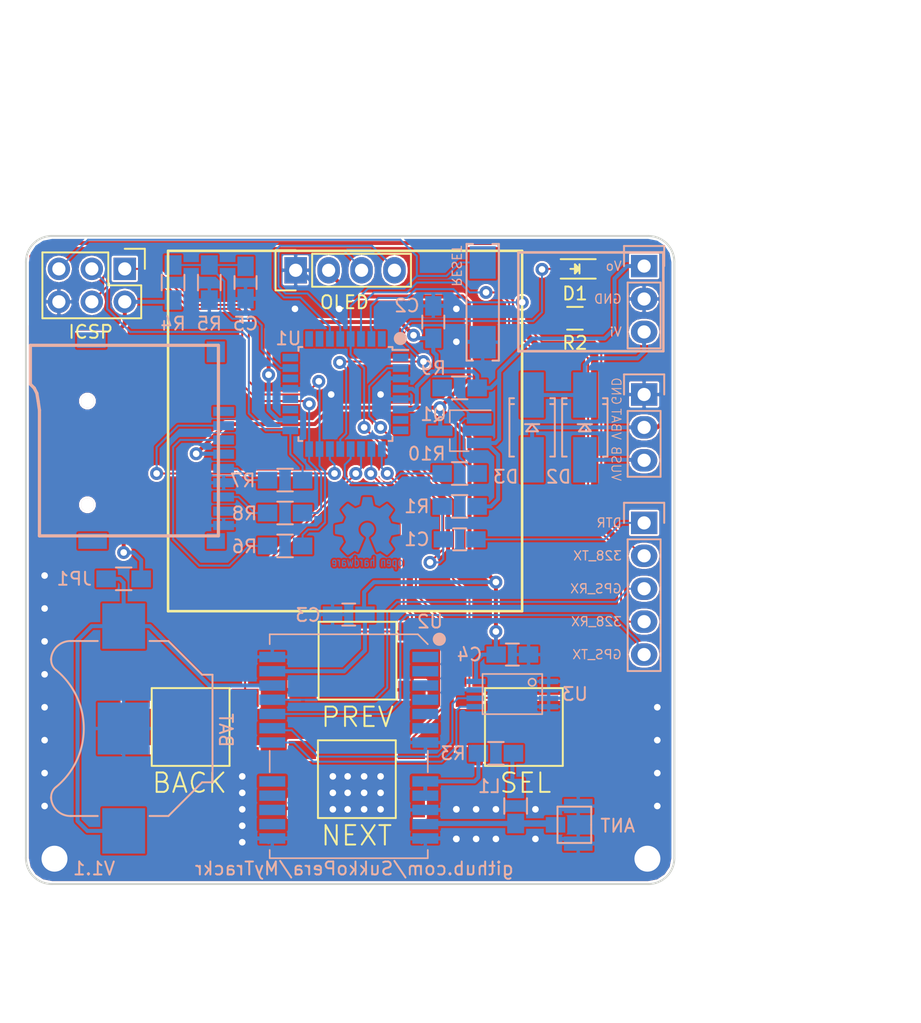
<source format=kicad_pcb>
(kicad_pcb (version 4) (host pcbnew 4.0.7)
  (title_block (date 2017-05-26))
  (layers (0 F.Cu signal) (31 B.Cu signal) (36 B.SilkS user) (37 F.SilkS user) (38 B.Mask user) (39 F.Mask user) (44 Edge.Cuts user))
  (net 0 "")
  (net 1 /VBAT)
  (net 2 GND)
  (net 3 +3V3)
  (net 4 /DATA_OUT)
  (net 5 /CLK)
  (net 6 /DATA_IN)
  (net 7 /CS)
  (net 8 /RESET)
  (net 9 /ARDUINO_PIN_4)
  (net 10 /ARDUINO_PIN_5)
  (net 11 /ARDUINO_PIN_6)
  (net 12 /ARDUINO_PIN_7)
  (net 13 "Net-(CN1-Pad1)")
  (net 14 "Net-(L1-Pad2)")
  (net 15 /DTR)
  (net 16 /ARDUINO_PIN_8)
  (net 17 /328_RX)
  (net 18 /328_TX)
  (net 19 /ARDUINO_PIN_9)
  (net 20 "Net-(P1-Pad3)")
  (net 21 "Net-(P1-Pad4)")
  (net 22 "Net-(BT2-Pad1)")
  (net 23 /GPS_TX)
  (net 24 /GPS_RX)
  (net 25 "Net-(R3-Pad2)")
  (net 26 "Net-(U2-Pad18)")
  (net 27 "Net-(U2-Pad19)")
  (net 28 "Net-(C5-Pad1)")
  (net 29 /MISO)
  (net 30 /SCK)
  (net 31 /MOSI)
  (net 32 "Net-(D1-Pad1)")
  (net 33 VPP)
  (net 34 "Net-(D2-Pad1)")
  (net 35 /VCHG)
  (net 36 "Net-(Q1-Pad1)")
  (module MOUDLE-GPS-NEO-6M_24P-16X12.2MM_:GPS24P-SMD-1.1-16X12.2MM (layer B.Cu) (at 114.892 89.37 180)
    (fp_text reference U2 (at -6.266 9.614 180) (layer B.SilkS) (effects (justify mirror)))
    (fp_text value GPS-NEO-6M hide)
    (pad 1 smd rect (at -5.904 6.888) (size 2 0.8) (layers B.Cu B.Mask) (clearance 0.2))
    (pad 2 smd rect (at -5.904 5.788) (size 2 0.8) (layers B.Cu B.Mask) (clearance 0.2))
    (pad 3 smd rect (at -5.904 4.688) (size 2 0.8) (layers B.Cu B.Mask) (clearance 0.2))
    (pad 4 smd rect (at -5.904 3.588) (size 2 0.8) (layers B.Cu B.Mask) (clearance 0.2))
    (pad 5 smd rect (at -5.904 2.488) (size 2 0.8) (layers B.Cu B.Mask) (clearance 0.2))
    (pad 6 smd rect (at -5.904 1.388) (size 2 0.8) (layers B.Cu B.Mask) (clearance 0.2))
    (pad 7 smd rect (at -5.904 0.288) (size 2 0.8) (layers B.Cu B.Mask) (net 2 GND) (clearance 0.2))
    (pad 8 smd rect (at -5.904 -2.712) (size 2 0.8) (layers B.Cu B.Mask) (net 25 "Net-(R3-Pad2)") (clearance 0.2))
    (pad 9 smd rect (at -5.904 -3.812) (size 2 0.8) (layers B.Cu B.Mask) (net 25 "Net-(R3-Pad2)") (clearance 0.2))
    (pad 10 smd rect (at -5.904 -4.912) (size 2 0.8) (layers B.Cu B.Mask) (net 2 GND) (clearance 0.2))
    (pad 11 smd rect (at -5.904 -6.012) (size 2 0.8) (layers B.Cu B.Mask) (net 13 "Net-(CN1-Pad1)") (clearance 0.2))
    (pad 12 smd rect (at -5.904 -7.112) (size 2 0.8) (layers B.Cu B.Mask) (net 2 GND) (clearance 0.2))
    (pad 13 smd rect (at 5.896 -7.112) (size 2 0.8) (layers B.Cu B.Mask) (net 2 GND) (clearance 0.2))
    (pad 14 smd rect (at 5.896 -6.012) (size 2 0.8) (layers B.Cu B.Mask) (clearance 0.2))
    (pad 15 smd rect (at 5.896 -4.912) (size 2 0.8) (layers B.Cu B.Mask) (clearance 0.2))
    (pad 16 smd rect (at 5.896 -3.812) (size 2 0.8) (layers B.Cu B.Mask) (clearance 0.2))
    (pad 17 smd rect (at 5.896 -2.712) (size 2 0.8) (layers B.Cu B.Mask) (clearance 0.2))
    (pad 18 smd rect (at 5.896 0.288) (size 2 0.8) (layers B.Cu B.Mask) (net 26 "Net-(U2-Pad18)") (clearance 0.2))
    (pad 19 smd rect (at 5.896 1.388) (size 2 0.8) (layers B.Cu B.Mask) (net 27 "Net-(U2-Pad19)") (clearance 0.2))
    (pad 20 smd rect (at 5.896 2.488) (size 2 0.8) (layers B.Cu B.Mask) (net 23 /GPS_TX))
    (pad 21 smd rect (at 5.896 3.588) (size 2 0.8) (layers B.Cu B.Mask) (net 24 /GPS_RX) (clearance 0.2))
    (pad 22 smd rect (at 5.896 4.688) (size 2 0.8) (layers B.Cu B.Mask) (net 22 "Net-(BT2-Pad1)") (clearance 0.2))
    (pad 23 smd rect (at 5.896 5.788) (size 2 0.8) (layers B.Cu B.Mask) (net 33 VPP) (clearance 0.2))
    (pad 24 smd rect (at 5.896 6.888) (size 2 0.8) (layers B.Cu B.Mask) (net 2 GND) (clearance 0.2))
  )
  (module MyKiCadLibs-Footprints:SW_TACT_SMD (layer F.Cu) (at 115.568 82.766 270)
    (fp_text reference SW4 hide)
    (fp_text value BTN_PREV hide)
    (pad 1 smd rect (at -2.25 -4.2 270) (size 1.4 2.1) (layers F.Cu F.Mask) (net 11 /ARDUINO_PIN_6))
    (pad 2 smd rect (at 2.25 -4.2 270) (size 1.4 2.1) (layers F.Cu F.Mask) (net 2 GND))
    (pad 1 smd rect (at -2.25 4.2 270) (size 1.4 2.1) (layers F.Cu F.Mask) (net 11 /ARDUINO_PIN_6))
    (pad 2 smd rect (at 2.25 4.2 270) (size 1.4 2.1) (layers F.Cu F.Mask) (net 2 GND))
  )
  (module Pin_Headers:Pin_Header_Straight_1x04 (layer F.Cu) (at 110.7992 52.6476 90)
    (fp_text reference P1 hide)
    (fp_text value CONN_OLED hide)
    (pad 1 thru_hole rect (at 0 0 90) (size 2.032 1.7272) (drill 1.016) (layers *.Cu *.Mask) (net 2 GND))
    (pad 2 thru_hole oval (at 0 2.54 90) (size 2.032 1.7272) (drill 1.016) (layers *.Cu *.Mask) (net 33 VPP))
    (pad 3 thru_hole oval (at 0 5.08 90) (size 2.032 1.7272) (drill 1.016) (layers *.Cu *.Mask) (net 20 "Net-(P1-Pad3)"))
    (pad 4 thru_hole oval (at 0 7.62 90) (size 2.032 1.7272) (drill 1.016) (layers *.Cu *.Mask) (net 21 "Net-(P1-Pad4)"))
  )
  (module Pin_Headers:Pin_Header_Straight_2x03 (layer F.Cu) (at 97.62 52.54 270)
    (fp_text reference J2 hide)
    (fp_text value CONN_ICSP hide)
    (pad 1 thru_hole rect (at 0 0 270) (size 1.7272 1.7272) (drill 1.016) (layers *.Cu *.Mask) (net 29 /MISO))
    (pad 2 thru_hole oval (at 2.54 0 270) (size 1.7272 1.7272) (drill 1.016) (layers *.Cu *.Mask) (net 1 /VBAT))
    (pad 3 thru_hole oval (at 0 2.54 270) (size 1.7272 1.7272) (drill 1.016) (layers *.Cu *.Mask) (net 30 /SCK))
    (pad 4 thru_hole oval (at 2.54 2.54 270) (size 1.7272 1.7272) (drill 1.016) (layers *.Cu *.Mask) (net 31 /MOSI))
    (pad 5 thru_hole oval (at 0 5.08 270) (size 1.7272 1.7272) (drill 1.016) (layers *.Cu *.Mask) (net 8 /RESET))
    (pad 6 thru_hole oval (at 2.54 5.08 270) (size 1.7272 1.7272) (drill 1.016) (layers *.Cu *.Mask) (net 2 GND))
  )
  (module LEDs:LED_0805 (layer F.Cu) (at 132.334 52.54 180)
    (fp_text reference D1 (at 0 -1.905 180) (layer F.SilkS))
    (fp_text value LED hide)
    (pad 2 smd rect (at 1.04902 0) (size 1.19888 1.19888) (layers F.Cu F.Mask) (net 19 /ARDUINO_PIN_9))
    (pad 1 smd rect (at -1.04902 0) (size 1.19888 1.19888) (layers F.Cu F.Mask) (net 32 "Net-(D1-Pad1)"))
  )
  (module Resistors_SMD:R_0805_HandSoldering (layer F.Cu) (at 132.334 56.35 180)
    (fp_text reference R2 (at 0 -1.905 180) (layer F.SilkS))
    (fp_text value 680 hide)
    (pad 1 smd rect (at -1.35 0 180) (size 1.5 1.3) (layers F.Cu F.Mask) (net 32 "Net-(D1-Pad1)"))
    (pad 2 smd rect (at 1.35 0 180) (size 1.5 1.3) (layers F.Cu F.Mask) (net 2 GND))
  )
  (module MyKiCadLibs-Footprints:SW_TACT_SMD (layer F.Cu) (at 128.397 87.884 270)
    (fp_text reference SW2 hide)
    (fp_text value BTN_SEL hide)
    (pad 1 smd rect (at -2.25 -4.2 270) (size 1.4 2.1) (layers F.Cu F.Mask) (net 9 /ARDUINO_PIN_4))
    (pad 2 smd rect (at 2.25 -4.2 270) (size 1.4 2.1) (layers F.Cu F.Mask) (net 2 GND))
    (pad 1 smd rect (at -2.25 4.2 270) (size 1.4 2.1) (layers F.Cu F.Mask) (net 9 /ARDUINO_PIN_4))
    (pad 2 smd rect (at 2.25 4.2 270) (size 1.4 2.1) (layers F.Cu F.Mask) (net 2 GND))
  )
  (module MyKiCadLibs-Footprints:SW_TACT_SMD (layer F.Cu) (at 115.518 91.91 270)
    (fp_text reference SW3 hide)
    (fp_text value BTN_NEXT hide)
    (pad 1 smd rect (at -2.25 -4.2 270) (size 1.4 2.1) (layers F.Cu F.Mask) (net 10 /ARDUINO_PIN_5))
    (pad 2 smd rect (at 2.25 -4.2 270) (size 1.4 2.1) (layers F.Cu F.Mask) (net 2 GND))
    (pad 1 smd rect (at -2.25 4.2 270) (size 1.4 2.1) (layers F.Cu F.Mask) (net 10 /ARDUINO_PIN_5))
    (pad 2 smd rect (at 2.25 4.2 270) (size 1.4 2.1) (layers F.Cu F.Mask) (net 2 GND))
  )
  (module MyKiCadLibs-Footprints:SW_TACT_SMD (layer F.Cu) (at 102.7 87.884 270)
    (fp_text reference SW5 hide)
    (fp_text value BTN_BACK hide)
    (pad 1 smd rect (at -2.25 -4.2 270) (size 1.4 2.1) (layers F.Cu F.Mask) (net 12 /ARDUINO_PIN_7))
    (pad 2 smd rect (at 2.25 -4.2 270) (size 1.4 2.1) (layers F.Cu F.Mask) (net 2 GND))
    (pad 1 smd rect (at -2.25 4.2 270) (size 1.4 2.1) (layers F.Cu F.Mask) (net 12 /ARDUINO_PIN_7))
    (pad 2 smd rect (at 2.25 4.2 270) (size 1.4 2.1) (layers F.Cu F.Mask) (net 2 GND))
  )
  (module Capacitors_SMD:C_0805_HandSoldering (layer B.Cu) (at 121.412 56.642 90)
    (fp_text reference C2 (at 1.27 -2.032 180) (layer B.SilkS) (effects (justify mirror)))
    (fp_text value 100n)
    (pad 1 smd rect (at -1.25 0 90) (size 1.5 1.25) (layers B.Cu B.Mask) (net 3 +3V3))
    (pad 2 smd rect (at 1.25 0 90) (size 1.5 1.25) (layers B.Cu B.Mask) (net 2 GND))
  )
  (module Capacitors_SMD:C_0805_HandSoldering (layer B.Cu) (at 114.892 79.21 180)
    (fp_text reference C3 (at 3.132 -0.038 180) (layer B.SilkS) (effects (justify mirror)))
    (fp_text value 100n)
    (pad 1 smd rect (at -1.25 0 180) (size 1.5 1.25) (layers B.Cu B.Mask) (net 33 VPP))
    (pad 2 smd rect (at 1.25 0 180) (size 1.5 1.25) (layers B.Cu B.Mask) (net 2 GND))
  )
  (module Resistors_SMD:R_0805_HandSoldering (layer B.Cu) (at 123.444 70.866)
    (fp_text reference R1 (at -3.302 0) (layer B.SilkS) (effects (justify mirror)))
    (fp_text value 10k)
    (pad 1 smd rect (at -1.35 0) (size 1.5 1.3) (layers B.Cu B.Mask) (net 8 /RESET))
    (pad 2 smd rect (at 1.35 0) (size 1.5 1.3) (layers B.Cu B.Mask) (net 3 +3V3))
  )
  (module Capacitors_SMD:C_0805_HandSoldering (layer B.Cu) (at 106.934 53.594 270)
    (fp_text reference C5 (at 3.175 0 360) (layer B.SilkS) (effects (justify mirror)))
    (fp_text value 100n)
    (pad 1 smd rect (at -1.25 0 270) (size 1.5 1.25) (layers B.Cu B.Mask) (net 28 "Net-(C5-Pad1)"))
    (pad 2 smd rect (at 1.25 0 270) (size 1.5 1.25) (layers B.Cu B.Mask) (net 2 GND))
  )
  (module "MicroSD GCT-MEM2055-00-190-01-A:GCT-MEM2055-00-190-01-A" (layer B.Cu) (at 106.042 65.788 270)
    (fp_text reference CON1 hide)
    (fp_text value MICRO_SD)
    (pad 8 smd rect (at 5.45 0.8 270) (size 0.7 1.6) (layers B.Cu B.Mask))
    (pad 7 smd rect (at 4.35 0.8 270) (size 0.7 1.6) (layers B.Cu B.Mask) (net 4 /DATA_OUT))
    (pad 6 smd rect (at 3.25 0.8 270) (size 0.7 1.6) (layers B.Cu B.Mask) (net 2 GND))
    (pad 5 smd rect (at 2.15 0.8 270) (size 0.7 1.6) (layers B.Cu B.Mask) (net 5 /CLK))
    (pad 4 smd rect (at 1.05 0.8 270) (size 0.7 1.6) (layers B.Cu B.Mask) (net 33 VPP))
    (pad 3 smd rect (at -0.05 0.8 270) (size 0.7 1.6) (layers B.Cu B.Mask) (net 6 /DATA_IN))
    (pad 2 smd rect (at -1.15 0.8 270) (size 0.7 1.6) (layers B.Cu B.Mask) (net 7 /CS))
    (pad 1 smd rect (at -2.25 0.8 270) (size 0.7 1.6) (layers B.Cu B.Mask))
    (pad 10 smd rect (at 7.75 1.4 270) (size 1.2 1.4) (layers B.Cu B.Mask))
    (pad "" smd rect (at -6.85 1.4 270) (size 1.6 1.4) (layers B.Cu B.Mask))
    (pad ~ smd rect (at -7.75 11 90) (size 1.2 2.2) (layers B.Cu B.Mask))
    (pad "" smd rect (at 7.75 10.9 90) (size 1.2 2.2) (layers B.Cu B.Mask))
    (pad 9 smd rect (at 6.55 0.8 270) (size 0.7 1.6) (layers B.Cu B.Mask) (net 2 GND))
    (pad "" np_thru_hole circle (at 4.95 11.3 90) (size 1 1) (drill 1) (layers *.Cu *.Mask B.SilkS))
    (pad "" np_thru_hole circle (at -3.05 11.3 90) (size 1 1) (drill 1) (layers *.Cu *.Mask B.SilkS))
  )
  (module MyKiCadLibs-Footprints:CONN-RF-UFL (layer B.Cu) (at 132.588 97.43 90)
    (fp_text reference CN1 hide)
    (fp_text value GPS_ANTENNA hide)
    (pad 2 smd rect (at 0.55 0 90) (size 1.1 2.2) (layers B.Cu B.Mask) (net 2 GND))
    (pad 2 smd rect (at 3.45 0 90) (size 1.1 2.2) (layers B.Cu B.Mask) (net 2 GND))
    (pad 1 smd rect (at 2 -1.75 90) (size 1.2 1.5) (layers B.Cu B.Mask) (net 13 "Net-(CN1-Pad1)"))
  )
  (module Resistors_SMD:R_0805_HandSoldering (layer B.Cu) (at 127.762 93.98 90)
    (fp_text reference L1 (at 1.524 -2.032 180) (layer B.SilkS) (effects (justify mirror)))
    (fp_text value 22u)
    (pad 1 smd rect (at -1.35 0 90) (size 1.5 1.3) (layers B.Cu B.Mask) (net 13 "Net-(CN1-Pad1)"))
    (pad 2 smd rect (at 1.35 0 90) (size 1.5 1.3) (layers B.Cu B.Mask) (net 14 "Net-(L1-Pad2)"))
  )
  (module Resistors_SMD:R_0805_HandSoldering (layer B.Cu) (at 126.238 89.916 180)
    (fp_text reference R3 (at 3.302 0 180) (layer B.SilkS) (effects (justify mirror)))
    (fp_text value 22)
    (pad 1 smd rect (at -1.35 0 180) (size 1.5 1.3) (layers B.Cu B.Mask) (net 14 "Net-(L1-Pad2)"))
    (pad 2 smd rect (at 1.35 0 180) (size 1.5 1.3) (layers B.Cu B.Mask) (net 25 "Net-(R3-Pad2)"))
  )
  (module Resistors_SMD:R_0805_HandSoldering (layer B.Cu) (at 109.982 68.834 180)
    (fp_text reference R7 (at 3.259 -0.038 180) (layer B.SilkS) (effects (justify mirror)))
    (fp_text value 1k)
    (pad 1 smd rect (at -1.35 0 180) (size 1.5 1.3) (layers B.Cu B.Mask) (net 30 /SCK))
    (pad 2 smd rect (at 1.35 0 180) (size 1.5 1.3) (layers B.Cu B.Mask) (net 5 /CLK))
  )
  (module Resistors_SMD:R_0805_HandSoldering (layer B.Cu) (at 109.982 73.914 180)
    (fp_text reference R6 (at 3.132 -0.038 180) (layer B.SilkS) (effects (justify mirror)))
    (fp_text value 1k)
    (pad 1 smd rect (at -1.35 0 180) (size 1.5 1.3) (layers B.Cu B.Mask) (net 31 /MOSI))
    (pad 2 smd rect (at 1.35 0 180) (size 1.5 1.3) (layers B.Cu B.Mask) (net 6 /DATA_IN))
  )
  (module Resistors_SMD:R_0805_HandSoldering (layer B.Cu) (at 109.982 71.374 180)
    (fp_text reference R8 (at 3.132 -0.038 180) (layer B.SilkS) (effects (justify mirror)))
    (fp_text value 1k)
    (pad 1 smd rect (at -1.35 0 180) (size 1.5 1.3) (layers B.Cu B.Mask) (net 29 /MISO))
    (pad 2 smd rect (at 1.35 0 180) (size 1.5 1.3) (layers B.Cu B.Mask) (net 4 /DATA_OUT))
  )
  (module Capacitors_SMD:C_0805_HandSoldering (layer B.Cu) (at 123.444 73.406)
    (fp_text reference C1 (at -3.302 0) (layer B.SilkS) (effects (justify mirror)))
    (fp_text value 100n)
    (pad 1 smd rect (at -1.25 0) (size 1.5 1.25) (layers B.Cu B.Mask) (net 8 /RESET))
    (pad 2 smd rect (at 1.25 0) (size 1.5 1.25) (layers B.Cu B.Mask) (net 15 /DTR))
  )
  (module Battery_Holders:Keystone_3000_1x12mm-CoinCell (layer B.Cu) (at 97.536 88 90)
    (fp_text reference BT2 hide)
    (fp_text value GPS_BKP hide)
    (pad 1 smd rect (at -7.9 0 90) (size 3.5 3.3) (layers B.Cu B.Mask) (net 22 "Net-(BT2-Pad1)"))
    (pad 1 smd rect (at 7.9 0 90) (size 3.5 3.3) (layers B.Cu B.Mask) (net 22 "Net-(BT2-Pad1)"))
    (pad 2 smd rect (at 0 0 90) (size 4 4) (layers B.Cu B.Mask) (net 2 GND))
  )
  (module Capacitors_SMD:C_0805_HandSoldering (layer B.Cu) (at 127.508 82.296 180)
    (fp_text reference C4 (at 3.302 0 180) (layer B.SilkS) (effects (justify mirror)))
    (fp_text value 100n)
    (pad 1 smd rect (at -1.25 0 180) (size 1.5 1.25) (layers B.Cu B.Mask) (net 2 GND))
    (pad 2 smd rect (at 1.25 0 180) (size 1.5 1.25) (layers B.Cu B.Mask) (net 33 VPP))
  )
  (module Pin_Headers:Pin_Header_Straight_1x05 (layer B.Cu) (at 137.668 72.136 180)
    (fp_text reference J3 hide)
    (fp_text value CONN_01X05 hide)
    (pad 1 thru_hole rect (at 0 0 180) (size 2.032 1.7272) (drill 1.016) (layers *.Cu *.Mask) (net 15 /DTR))
    (pad 2 thru_hole oval (at 0 -2.54 180) (size 2.032 1.7272) (drill 1.016) (layers *.Cu *.Mask) (net 18 /328_TX))
    (pad 3 thru_hole oval (at 0 -5.08 180) (size 2.032 1.7272) (drill 1.016) (layers *.Cu *.Mask) (net 24 /GPS_RX))
    (pad 4 thru_hole oval (at 0 -7.62 180) (size 2.032 1.7272) (drill 1.016) (layers *.Cu *.Mask) (net 17 /328_RX))
    (pad 5 thru_hole oval (at 0 -10.16 180) (size 2.032 1.7272) (drill 1.016) (layers *.Cu *.Mask) (net 23 /GPS_TX))
  )
  (module Resistors_SMD:R_0805_HandSoldering (layer B.Cu) (at 101.346 53.594 270)
    (fp_text reference R4 (at 3.175 0 360) (layer B.SilkS) (effects (justify mirror)))
    (fp_text value 1M)
    (pad 1 smd rect (at -1.35 0 270) (size 1.5 1.3) (layers B.Cu B.Mask) (net 28 "Net-(C5-Pad1)"))
    (pad 2 smd rect (at 1.35 0 270) (size 1.5 1.3) (layers B.Cu B.Mask) (net 1 /VBAT))
  )
  (module Resistors_SMD:R_0805_HandSoldering (layer B.Cu) (at 104.14 53.594 90)
    (fp_text reference R5 (at -3.175 0 180) (layer B.SilkS) (effects (justify mirror)))
    (fp_text value 330k)
    (pad 1 smd rect (at -1.35 0 90) (size 1.5 1.3) (layers B.Cu B.Mask) (net 2 GND))
    (pad 2 smd rect (at 1.35 0 90) (size 1.5 1.3) (layers B.Cu B.Mask) (net 28 "Net-(C5-Pad1)"))
  )
  (module Resistors_SMD:R_0805_HandSoldering (layer B.Cu) (at 123.444 61.722)
    (fp_text reference R9 (at -2.032 -1.524) (layer B.SilkS) (effects (justify mirror)))
    (fp_text value 330k)
    (pad 1 smd rect (at -1.35 0) (size 1.5 1.3) (layers B.Cu B.Mask) (net 36 "Net-(Q1-Pad1)"))
    (pad 2 smd rect (at 1.35 0) (size 1.5 1.3) (layers B.Cu B.Mask) (net 3 +3V3))
  )
  (module Pin_Headers:Pin_Header_Straight_1x03 (layer B.Cu) (at 137.668 52.324 180)
    (fp_text reference J1 hide)
    (fp_text value 10A45B_Module)
    (pad 1 thru_hole rect (at 0 0 180) (size 2.032 1.7272) (drill 1.016) (layers *.Cu *.Mask) (net 3 +3V3))
    (pad 2 thru_hole oval (at 0 -2.54 180) (size 2.032 1.7272) (drill 1.016) (layers *.Cu *.Mask) (net 2 GND))
    (pad 3 thru_hole oval (at 0 -5.08 180) (size 2.032 1.7272) (drill 1.016) (layers *.Cu *.Mask) (net 34 "Net-(D2-Pad1)"))
  )
  (module Buttons_Switches_SMD:SW_SPST_REED_CT05-XXXX-J1 (layer B.Cu) (at 125.222 55.118 270)
    (fp_text reference SW1 hide)
    (fp_text value BTN_RESET hide)
    (pad 2 smd rect (at 3.075 0 270) (size 2.5 2) (layers B.Cu B.Mask) (net 2 GND))
    (pad 1 smd rect (at -3.075 0 270) (size 2.5 2) (layers B.Cu B.Mask) (net 8 /RESET))
  )
  (module Housings_QFP:LQFP-32_7x7mm_Pitch0.8mm (layer B.Cu) (at 114.638 62.192 180)
    (fp_text reference U1 (at 4.402 4.28 180) (layer B.SilkS) (effects (justify mirror)))
    (fp_text value ATMEGA48_88_168_328P-32SMD)
    (pad 1 smd rect (at -4.25 2.8 180) (size 1.2 0.6) (layers B.Cu B.Mask))
    (pad 2 smd rect (at -4.25 2 180) (size 1.2 0.6) (layers B.Cu B.Mask) (net 9 /ARDUINO_PIN_4))
    (pad 3 smd rect (at -4.25 1.2 180) (size 1.2 0.6) (layers B.Cu B.Mask) (net 2 GND))
    (pad 4 smd rect (at -4.25 0.4 180) (size 1.2 0.6) (layers B.Cu B.Mask) (net 3 +3V3))
    (pad 5 smd rect (at -4.25 -0.4 180) (size 1.2 0.6) (layers B.Cu B.Mask) (net 2 GND))
    (pad 6 smd rect (at -4.25 -1.2 180) (size 1.2 0.6) (layers B.Cu B.Mask) (net 3 +3V3))
    (pad 7 smd rect (at -4.25 -2 180) (size 1.2 0.6) (layers B.Cu B.Mask))
    (pad 8 smd rect (at -4.25 -2.8 180) (size 1.2 0.6) (layers B.Cu B.Mask))
    (pad 9 smd rect (at -2.8 -4.25 90) (size 1.2 0.6) (layers B.Cu B.Mask) (net 10 /ARDUINO_PIN_5))
    (pad 10 smd rect (at -2 -4.25 90) (size 1.2 0.6) (layers B.Cu B.Mask) (net 11 /ARDUINO_PIN_6))
    (pad 11 smd rect (at -1.2 -4.25 90) (size 1.2 0.6) (layers B.Cu B.Mask) (net 12 /ARDUINO_PIN_7))
    (pad 12 smd rect (at -0.4 -4.25 90) (size 1.2 0.6) (layers B.Cu B.Mask) (net 16 /ARDUINO_PIN_8))
    (pad 13 smd rect (at 0.4 -4.25 90) (size 1.2 0.6) (layers B.Cu B.Mask) (net 19 /ARDUINO_PIN_9))
    (pad 14 smd rect (at 1.2 -4.25 90) (size 1.2 0.6) (layers B.Cu B.Mask) (net 7 /CS))
    (pad 15 smd rect (at 2 -4.25 90) (size 1.2 0.6) (layers B.Cu B.Mask) (net 31 /MOSI))
    (pad 16 smd rect (at 2.8 -4.25 90) (size 1.2 0.6) (layers B.Cu B.Mask) (net 29 /MISO))
    (pad 17 smd rect (at 4.25 -2.8 180) (size 1.2 0.6) (layers B.Cu B.Mask) (net 30 /SCK))
    (pad 18 smd rect (at 4.25 -2 180) (size 1.2 0.6) (layers B.Cu B.Mask) (net 3 +3V3))
    (pad 19 smd rect (at 4.25 -1.2 180) (size 1.2 0.6) (layers B.Cu B.Mask))
    (pad 20 smd rect (at 4.25 -0.4 180) (size 1.2 0.6) (layers B.Cu B.Mask))
    (pad 21 smd rect (at 4.25 0.4 180) (size 1.2 0.6) (layers B.Cu B.Mask) (net 2 GND))
    (pad 22 smd rect (at 4.25 1.2 180) (size 1.2 0.6) (layers B.Cu B.Mask))
    (pad 23 smd rect (at 4.25 2 180) (size 1.2 0.6) (layers B.Cu B.Mask) (net 28 "Net-(C5-Pad1)"))
    (pad 24 smd rect (at 4.25 2.8 180) (size 1.2 0.6) (layers B.Cu B.Mask))
    (pad 25 smd rect (at 2.8 4.25 90) (size 1.2 0.6) (layers B.Cu B.Mask))
    (pad 26 smd rect (at 2 4.25 90) (size 1.2 0.6) (layers B.Cu B.Mask))
    (pad 27 smd rect (at 1.2 4.25 90) (size 1.2 0.6) (layers B.Cu B.Mask) (net 21 "Net-(P1-Pad4)"))
    (pad 28 smd rect (at 0.4 4.25 90) (size 1.2 0.6) (layers B.Cu B.Mask) (net 20 "Net-(P1-Pad3)"))
    (pad 29 smd rect (at -0.4 4.25 90) (size 1.2 0.6) (layers B.Cu B.Mask) (net 8 /RESET))
    (pad 30 smd rect (at -1.2 4.25 90) (size 1.2 0.6) (layers B.Cu B.Mask) (net 17 /328_RX))
    (pad 31 smd rect (at -2 4.25 90) (size 1.2 0.6) (layers B.Cu B.Mask) (net 18 /328_TX))
    (pad 32 smd rect (at -2.8 4.25 90) (size 1.2 0.6) (layers B.Cu B.Mask))
  )
  (module Diodes_SMD:SMA_Handsoldering (layer B.Cu) (at 133.096 64.77 270)
    (fp_text reference D2 (at 3.81 2.032 360) (layer B.SilkS) (effects (justify mirror)))
    (fp_text value D_Schottky)
    (pad 1 smd rect (at -2.49936 0 270) (size 3.50012 1.80086) (layers B.Cu B.Mask) (net 34 "Net-(D2-Pad1)"))
    (pad 2 smd rect (at 2.49936 0 270) (size 3.50012 1.80086) (layers B.Cu B.Mask) (net 35 /VCHG))
  )
  (module Diodes_SMD:SMA_Handsoldering (layer B.Cu) (at 129.032 64.77 270)
    (fp_text reference D3 (at 3.81 2.032 360) (layer B.SilkS) (effects (justify mirror)))
    (fp_text value D_Schottky)
    (pad 1 smd rect (at -2.49936 0 270) (size 3.50012 1.80086) (layers B.Cu B.Mask) (net 34 "Net-(D2-Pad1)"))
    (pad 2 smd rect (at 2.49936 0 270) (size 3.50012 1.80086) (layers B.Cu B.Mask) (net 1 /VBAT))
  )
  (module Pin_Headers:Pin_Header_Straight_1x03 (layer B.Cu) (at 137.668 62.23 180)
    (fp_text reference J4 hide)
    (fp_text value CONN_BAT hide)
    (pad 1 thru_hole rect (at 0 0 180) (size 2.032 1.7272) (drill 1.016) (layers *.Cu *.Mask) (net 2 GND))
    (pad 2 thru_hole oval (at 0 -2.54 180) (size 2.032 1.7272) (drill 1.016) (layers *.Cu *.Mask) (net 1 /VBAT))
    (pad 3 thru_hole oval (at 0 -5.08 180) (size 2.032 1.7272) (drill 1.016) (layers *.Cu *.Mask) (net 35 /VCHG))
  )
  (module TO_SOT_Packages_SMD:SOT-23_Handsoldering (layer B.Cu) (at 123.444 65.024 180)
    (fp_text reference Q1 (at 2.032 1.27 180) (layer B.SilkS) (effects (justify mirror)))
    (fp_text value Q_PMOS_GSD)
    (pad 1 smd rect (at -1.5 0.95 180) (size 1.9 0.8) (layers B.Cu B.Mask) (net 36 "Net-(Q1-Pad1)"))
    (pad 2 smd rect (at -1.5 -0.95 180) (size 1.9 0.8) (layers B.Cu B.Mask) (net 3 +3V3))
    (pad 3 smd rect (at 1.5 0 180) (size 1.9 0.8) (layers B.Cu B.Mask) (net 33 VPP))
  )
  (module Resistors_SMD:R_0805_HandSoldering (layer B.Cu) (at 123.444 68.326)
    (fp_text reference R10 (at -2.54 -1.524) (layer B.SilkS) (effects (justify mirror)))
    (fp_text value 100)
    (pad 1 smd rect (at -1.35 0) (size 1.5 1.3) (layers B.Cu B.Mask) (net 16 /ARDUINO_PIN_8))
    (pad 2 smd rect (at 1.35 0) (size 1.5 1.3) (layers B.Cu B.Mask) (net 36 "Net-(Q1-Pad1)"))
  )
  (module w_logo:Logo_copper_OSHW_6x6mm (layer B.Cu) (at 116.332 72.39 180)
    (fp_text reference G*** hide)
    (fp_text value LOGO hide)
    (fp_line (start 2.16 -2.62) (end 2.16 -3.08) (layer B.Cu) (width 0.075))
    (fp_line (start 2.25 -2.62) (end 2.3 -2.62) (layer B.Cu) (width 0.075))
    (fp_line (start 2.2 -2.65) (end 2.25 -2.62) (layer B.Cu) (width 0.075))
    (fp_line (start 2.18 -2.67) (end 2.2 -2.65) (layer B.Cu) (width 0.075))
    (fp_line (start 2.16 -2.74) (end 2.18 -2.67) (layer B.Cu) (width 0.075))
    (fp_line (start 2.6 -3.08) (end 2.65 -3.05) (layer B.Cu) (width 0.075))
    (fp_line (start 2.5 -3.08) (end 2.6 -3.08) (layer B.Cu) (width 0.075))
    (fp_line (start 2.46 -3.05) (end 2.5 -3.08) (layer B.Cu) (width 0.075))
    (fp_line (start 2.44 -2.98) (end 2.46 -3.05) (layer B.Cu) (width 0.075))
    (fp_line (start 2.44 -2.71) (end 2.44 -2.98) (layer B.Cu) (width 0.075))
    (fp_line (start 2.47 -2.65) (end 2.44 -2.71) (layer B.Cu) (width 0.075))
    (fp_line (start 2.51 -2.62) (end 2.47 -2.65) (layer B.Cu) (width 0.075))
    (fp_line (start 2.61 -2.62) (end 2.51 -2.62) (layer B.Cu) (width 0.075))
    (fp_line (start 2.65 -2.66) (end 2.61 -2.62) (layer B.Cu) (width 0.075))
    (fp_line (start 2.67 -2.73) (end 2.65 -2.66) (layer B.Cu) (width 0.075))
    (fp_line (start 2.67 -2.85) (end 2.67 -2.73) (layer B.Cu) (width 0.075))
    (fp_line (start 2.67 -2.85) (end 2.44 -2.85) (layer B.Cu) (width 0.075))
    (fp_line (start 1.92 -2.71) (end 1.92 -3.08) (layer B.Cu) (width 0.075))
    (fp_line (start 1.89 -2.65) (end 1.92 -2.71) (layer B.Cu) (width 0.075))
    (fp_line (start 1.85 -2.62) (end 1.89 -2.65) (layer B.Cu) (width 0.075))
    (fp_line (start 1.75 -2.62) (end 1.85 -2.62) (layer B.Cu) (width 0.075))
    (fp_line (start 1.7 -2.65) (end 1.75 -2.62) (layer B.Cu) (width 0.075))
    (fp_line (start 1.76 -2.81) (end 1.71 -2.84) (layer B.Cu) (width 0.075))
    (fp_line (start 1.88 -2.81) (end 1.76 -2.81) (layer B.Cu) (width 0.075))
    (fp_line (start 1.92 -2.78) (end 1.88 -2.81) (layer B.Cu) (width 0.075))
    (fp_line (start 1.87 -3.08) (end 1.92 -3.04) (layer B.Cu) (width 0.075))
    (fp_line (start 1.75 -3.08) (end 1.87 -3.08) (layer B.Cu) (width 0.075))
    (fp_line (start 1.7 -3.04) (end 1.75 -3.08) (layer B.Cu) (width 0.075))
    (fp_line (start 1.68 -2.98) (end 1.7 -3.04) (layer B.Cu) (width 0.075))
    (fp_line (start 1.68 -2.91) (end 1.68 -2.98) (layer B.Cu) (width 0.075))
    (fp_line (start 1.71 -2.84) (end 1.68 -2.91) (layer B.Cu) (width 0.075))
    (fp_line (start 1.13 -2.62) (end 1.23 -3.08) (layer B.Cu) (width 0.075))
    (fp_line (start 1.23 -3.08) (end 1.32 -2.74) (layer B.Cu) (width 0.075))
    (fp_line (start 1.32 -2.74) (end 1.42 -3.08) (layer B.Cu) (width 0.075))
    (fp_line (start 1.42 -3.08) (end 1.52 -2.62) (layer B.Cu) (width 0.075))
    (fp_line (start 0.94 -3.05) (end 0.9 -3.08) (layer B.Cu) (width 0.075))
    (fp_line (start 0.9 -3.08) (end 0.79 -3.08) (layer B.Cu) (width 0.075))
    (fp_line (start 0.79 -3.08) (end 0.75 -3.05) (layer B.Cu) (width 0.075))
    (fp_line (start 0.75 -3.05) (end 0.73 -3.02) (layer B.Cu) (width 0.075))
    (fp_line (start 0.73 -3.02) (end 0.7 -2.95) (layer B.Cu) (width 0.075))
    (fp_line (start 0.7 -2.95) (end 0.7 -2.75) (layer B.Cu) (width 0.075))
    (fp_line (start 0.7 -2.75) (end 0.73 -2.68) (layer B.Cu) (width 0.075))
    (fp_line (start 0.73 -2.68) (end 0.75 -2.65) (layer B.Cu) (width 0.075))
    (fp_line (start 0.75 -2.65) (end 0.81 -2.61) (layer B.Cu) (width 0.075))
    (fp_line (start 0.81 -2.61) (end 0.88 -2.61) (layer B.Cu) (width 0.075))
    (fp_line (start 0.88 -2.61) (end 0.94 -2.65) (layer B.Cu) (width 0.075))
    (fp_line (start 0.94 -2.38) (end 0.94 -3.08) (layer B.Cu) (width 0.075))
    (fp_line (start 0.42 -2.74) (end 0.44 -2.67) (layer B.Cu) (width 0.075))
    (fp_line (start 0.44 -2.67) (end 0.46 -2.65) (layer B.Cu) (width 0.075))
    (fp_line (start 0.46 -2.65) (end 0.51 -2.62) (layer B.Cu) (width 0.075))
    (fp_line (start 0.51 -2.62) (end 0.56 -2.62) (layer B.Cu) (width 0.075))
    (fp_line (start 0.42 -2.62) (end 0.42 -3.08) (layer B.Cu) (width 0.075))
    (fp_line (start -0.03 -2.84) (end -0.06 -2.91) (layer B.Cu) (width 0.075))
    (fp_line (start -0.06 -2.91) (end -0.06 -2.98) (layer B.Cu) (width 0.075))
    (fp_line (start -0.06 -2.98) (end -0.04 -3.04) (layer B.Cu) (width 0.075))
    (fp_line (start -0.04 -3.04) (end 0.01 -3.08) (layer B.Cu) (width 0.075))
    (fp_line (start 0.01 -3.08) (end 0.13 -3.08) (layer B.Cu) (width 0.075))
    (fp_line (start 0.13 -3.08) (end 0.18 -3.04) (layer B.Cu) (width 0.075))
    (fp_line (start 0.18 -2.78) (end 0.14 -2.81) (layer B.Cu) (width 0.075))
    (fp_line (start 0.14 -2.81) (end 0.02 -2.81) (layer B.Cu) (width 0.075))
    (fp_line (start 0.02 -2.81) (end -0.03 -2.84) (layer B.Cu) (width 0.075))
    (fp_line (start -0.04 -2.65) (end 0.01 -2.62) (layer B.Cu) (width 0.075))
    (fp_line (start 0.01 -2.62) (end 0.11 -2.62) (layer B.Cu) (width 0.075))
    (fp_line (start 0.11 -2.62) (end 0.15 -2.65) (layer B.Cu) (width 0.075))
    (fp_line (start 0.15 -2.65) (end 0.18 -2.71) (layer B.Cu) (width 0.075))
    (fp_line (start 0.18 -2.71) (end 0.18 -3.08) (layer B.Cu) (width 0.075))
    (fp_line (start -0.49 -2.69) (end -0.47 -2.65) (layer B.Cu) (width 0.075))
    (fp_line (start -0.47 -2.65) (end -0.42 -2.62) (layer B.Cu) (width 0.075))
    (fp_line (start -0.42 -2.62) (end -0.34 -2.62) (layer B.Cu) (width 0.075))
    (fp_line (start -0.34 -2.62) (end -0.3 -2.65) (layer B.Cu) (width 0.075))
    (fp_line (start -0.3 -2.65) (end -0.28 -2.71) (layer B.Cu) (width 0.075))
    (fp_line (start -0.28 -2.71) (end -0.28 -3.08) (layer B.Cu) (width 0.075))
    (fp_line (start -0.49 -2.38) (end -0.49 -3.08) (layer B.Cu) (width 0.075))
    (fp_line (start -1.54 -2.85) (end -1.77 -2.85) (layer B.Cu) (width 0.075))
    (fp_line (start -1.32 -2.68) (end -1.3 -2.65) (layer B.Cu) (width 0.075))
    (fp_line (start -1.3 -2.65) (end -1.26 -2.62) (layer B.Cu) (width 0.075))
    (fp_line (start -1.26 -2.62) (end -1.17 -2.62) (layer B.Cu) (width 0.075))
    (fp_line (start -1.17 -2.62) (end -1.13 -2.65) (layer B.Cu) (width 0.075))
    (fp_line (start -1.13 -2.65) (end -1.11 -2.71) (layer B.Cu) (width 0.075))
    (fp_line (start -1.11 -2.71) (end -1.11 -3.08) (layer B.Cu) (width 0.075))
    (fp_line (start -1.32 -2.62) (end -1.32 -3.08) (layer B.Cu) (width 0.075))
    (fp_line (start -1.54 -2.85) (end -1.54 -2.73) (layer B.Cu) (width 0.075))
    (fp_line (start -1.54 -2.73) (end -1.56 -2.66) (layer B.Cu) (width 0.075))
    (fp_line (start -1.56 -2.66) (end -1.6 -2.62) (layer B.Cu) (width 0.075))
    (fp_line (start -1.6 -2.62) (end -1.7 -2.62) (layer B.Cu) (width 0.075))
    (fp_line (start -1.7 -2.62) (end -1.74 -2.65) (layer B.Cu) (width 0.075))
    (fp_line (start -1.74 -2.65) (end -1.77 -2.71) (layer B.Cu) (width 0.075))
    (fp_line (start -1.77 -2.71) (end -1.77 -2.98) (layer B.Cu) (width 0.075))
    (fp_line (start -1.77 -2.98) (end -1.75 -3.05) (layer B.Cu) (width 0.075))
    (fp_line (start -1.75 -3.05) (end -1.71 -3.08) (layer B.Cu) (width 0.075))
    (fp_line (start -1.71 -3.08) (end -1.61 -3.08) (layer B.Cu) (width 0.075))
    (fp_line (start -1.61 -3.08) (end -1.56 -3.05) (layer B.Cu) (width 0.075))
    (fp_line (start -2.2 -2.65) (end -2.16 -2.62) (layer B.Cu) (width 0.075))
    (fp_line (start -2.16 -2.62) (end -2.06 -2.62) (layer B.Cu) (width 0.075))
    (fp_line (start -2.06 -2.62) (end -2.02 -2.65) (layer B.Cu) (width 0.075))
    (fp_line (start -2.02 -2.65) (end -1.99 -2.68) (layer B.Cu) (width 0.075))
    (fp_line (start -1.99 -2.68) (end -1.97 -2.74) (layer B.Cu) (width 0.075))
    (fp_line (start -1.97 -2.74) (end -1.97 -2.96) (layer B.Cu) (width 0.075))
    (fp_line (start -1.97 -2.96) (end -1.99 -3.02) (layer B.Cu) (width 0.075))
    (fp_line (start -1.99 -3.02) (end -2.01 -3.05) (layer B.Cu) (width 0.075))
    (fp_line (start -2.01 -3.05) (end -2.05 -3.08) (layer B.Cu) (width 0.075))
    (fp_line (start -2.05 -3.08) (end -2.15 -3.08) (layer B.Cu) (width 0.075))
    (fp_line (start -2.15 -3.08) (end -2.2 -3.05) (layer B.Cu) (width 0.075))
    (fp_line (start -2.2 -3.32) (end -2.2 -2.62) (layer B.Cu) (width 0.075))
    (fp_line (start -2.51 -2.62) (end -2.59 -2.62) (layer B.Cu) (width 0.075))
    (fp_line (start -2.59 -2.62) (end -2.63 -2.65) (layer B.Cu) (width 0.075))
    (fp_line (start -2.63 -2.65) (end -2.65 -2.68) (layer B.Cu) (width 0.075))
    (fp_line (start -2.65 -2.68) (end -2.68 -2.75) (layer B.Cu) (width 0.075))
    (fp_line (start -2.59 -3.08) (end -2.51 -3.08) (layer B.Cu) (width 0.075))
    (fp_line (start -2.51 -3.08) (end -2.46 -3.05) (layer B.Cu) (width 0.075))
    (fp_line (start -2.46 -3.05) (end -2.44 -3.02) (layer B.Cu) (width 0.075))
    (fp_line (start -2.44 -3.02) (end -2.42 -2.95) (layer B.Cu) (width 0.075))
    (fp_line (start -2.42 -2.95) (end -2.42 -2.75) (layer B.Cu) (width 0.075))
    (fp_line (start -2.42 -2.75) (end -2.44 -2.69) (layer B.Cu) (width 0.075))
    (fp_line (start -2.44 -2.69) (end -2.46 -2.66) (layer B.Cu) (width 0.075))
    (fp_line (start -2.46 -2.66) (end -2.51 -2.62) (layer B.Cu) (width 0.075))
    (fp_line (start -2.68 -2.75) (end -2.68 -2.95) (layer B.Cu) (width 0.075))
    (fp_line (start -2.68 -2.95) (end -2.66 -3.01) (layer B.Cu) (width 0.075))
    (fp_line (start -2.66 -3.01) (end -2.64 -3.04) (layer B.Cu) (width 0.075))
    (fp_line (start -2.64 -3.04) (end -2.59 -3.08) (layer B.Cu) (width 0.075))
    (fp_poly (pts (xy -1.51384 -2.24536) (xy -1.48844 -2.23012) (xy -1.43002 -2.19456) (xy -1.3462 -2.13868) (xy -1.24714 -2.07264) (xy -1.14808 -2.0066) (xy -1.0668 -1.95326) (xy -1.01092 -1.91516) (xy -0.98552 -1.90246) (xy -0.97282 -1.90754) (xy -0.9271 -1.9304) (xy -0.85852 -1.96596) (xy -0.81788 -1.98628) (xy -0.75692 -2.01168) (xy -0.7239 -2.0193) (xy -0.71882 -2.00914) (xy -0.69596 -1.96088) (xy -0.6604 -1.8796) (xy -0.61468 -1.77038) (xy -0.5588 -1.64338) (xy -0.50292 -1.50876) (xy -0.4445 -1.36906) (xy -0.38862 -1.23444) (xy -0.34036 -1.11506) (xy -0.29972 -1.01854) (xy -0.27432 -0.94996) (xy -0.26416 -0.92202) (xy -0.2667 -0.9144) (xy -0.29972 -0.88392) (xy -0.35306 -0.84328) (xy -0.47244 -0.74676) (xy -0.58928 -0.60198) (xy -0.6604 -0.43688) (xy -0.68326 -0.25146) (xy -0.66294 -0.08128) (xy -0.5969 0.08128) (xy -0.4826 0.2286) (xy -0.3429 0.33782) (xy -0.18034 0.4064) (xy 0 0.42926) (xy 0.17272 0.40894) (xy 0.34036 0.3429) (xy 0.48768 0.23114) (xy 0.55118 0.16002) (xy 0.63754 0.01016) (xy 0.6858 -0.14732) (xy 0.69088 -0.18796) (xy 0.68326 -0.36322) (xy 0.63246 -0.5334) (xy 0.53848 -0.68326) (xy 0.40894 -0.80772) (xy 0.3937 -0.81788) (xy 0.33528 -0.8636) (xy 0.29464 -0.89408) (xy 0.26416 -0.91948) (xy 0.48768 -1.45796) (xy 0.52324 -1.54178) (xy 0.5842 -1.6891) (xy 0.63754 -1.8161) (xy 0.68072 -1.9177) (xy 0.7112 -1.98374) (xy 0.7239 -2.01168) (xy 0.7239 -2.01422) (xy 0.74422 -2.01676) (xy 0.78486 -2.00152) (xy 0.86106 -1.96596) (xy 0.90932 -1.94056) (xy 0.96774 -1.91262) (xy 0.99314 -1.90246) (xy 1.016 -1.91516) (xy 1.06934 -1.95072) (xy 1.15062 -2.00406) (xy 1.24714 -2.06756) (xy 1.33858 -2.13106) (xy 1.4224 -2.18694) (xy 1.48336 -2.22504) (xy 1.51384 -2.24282) (xy 1.51892 -2.24282) (xy 1.54432 -2.22758) (xy 1.59258 -2.18694) (xy 1.66624 -2.11836) (xy 1.77038 -2.01422) (xy 1.78562 -1.99898) (xy 1.87198 -1.91262) (xy 1.94056 -1.83896) (xy 1.98628 -1.78816) (xy 2.00406 -1.7653) (xy 2.00406 -1.7653) (xy 1.98882 -1.73482) (xy 1.95072 -1.67386) (xy 1.89484 -1.5875) (xy 1.82626 -1.48844) (xy 1.64846 -1.22936) (xy 1.74498 -0.98552) (xy 1.77546 -0.90932) (xy 1.81356 -0.82042) (xy 1.8415 -0.75438) (xy 1.85674 -0.72644) (xy 1.88214 -0.71628) (xy 1.95072 -0.70104) (xy 2.04724 -0.68072) (xy 2.16154 -0.6604) (xy 2.2733 -0.64008) (xy 2.37236 -0.61976) (xy 2.44348 -0.60706) (xy 2.4765 -0.59944) (xy 2.48412 -0.59436) (xy 2.49174 -0.57912) (xy 2.49428 -0.5461) (xy 2.49682 -0.48514) (xy 2.49936 -0.39116) (xy 2.49936 -0.25146) (xy 2.49936 -0.23622) (xy 2.49682 -0.10668) (xy 2.49428 0) (xy 2.49174 0.06604) (xy 2.48666 0.09398) (xy 2.48666 0.09398) (xy 2.45618 0.1016) (xy 2.38506 0.11684) (xy 2.286 0.13462) (xy 2.16662 0.15748) (xy 2.159 0.16002) (xy 2.04216 0.18288) (xy 1.9431 0.2032) (xy 1.87198 0.21844) (xy 1.84404 0.2286) (xy 1.83642 0.23622) (xy 1.81356 0.28194) (xy 1.78054 0.3556) (xy 1.7399 0.4445) (xy 1.7018 0.53848) (xy 1.66878 0.6223) (xy 1.64592 0.68326) (xy 1.6383 0.7112) (xy 1.64084 0.71374) (xy 1.65862 0.74168) (xy 1.69926 0.80264) (xy 1.75514 0.88646) (xy 1.82372 0.98806) (xy 1.8288 0.99568) (xy 1.89738 1.09474) (xy 1.95326 1.1811) (xy 1.98882 1.23952) (xy 2.00406 1.26746) (xy 2.00406 1.27) (xy 1.9812 1.30048) (xy 1.9304 1.35636) (xy 1.85674 1.43256) (xy 1.77038 1.52146) (xy 1.74244 1.54686) (xy 1.64338 1.64338) (xy 1.57734 1.70434) (xy 1.53416 1.73736) (xy 1.51384 1.74498) (xy 1.51384 1.74498) (xy 1.48336 1.7272) (xy 1.41986 1.68656) (xy 1.33604 1.62814) (xy 1.23444 1.55956) (xy 1.22682 1.55448) (xy 1.12776 1.4859) (xy 1.04394 1.43002) (xy 0.98552 1.38938) (xy 0.95758 1.37414) (xy 0.95504 1.37414) (xy 0.9144 1.38684) (xy 0.84328 1.41224) (xy 0.75438 1.44526) (xy 0.66294 1.48336) (xy 0.57912 1.51892) (xy 0.51562 1.54686) (xy 0.48514 1.56464) (xy 0.48514 1.56464) (xy 0.47498 1.6002) (xy 0.4572 1.6764) (xy 0.43688 1.778) (xy 0.41148 1.89992) (xy 0.40894 1.92024) (xy 0.38608 2.03962) (xy 0.3683 2.13868) (xy 0.35306 2.20726) (xy 0.34544 2.2352) (xy 0.3302 2.23774) (xy 0.27178 2.24282) (xy 0.18288 2.24536) (xy 0.07366 2.24536) (xy -0.0381 2.24536) (xy -0.14732 2.24282) (xy -0.2413 2.24028) (xy -0.30988 2.2352) (xy -0.33782 2.23012) (xy -0.33782 2.22758) (xy -0.34798 2.18948) (xy -0.36576 2.11582) (xy -0.38608 2.01168) (xy -0.40894 1.88976) (xy -0.41402 1.8669) (xy -0.43688 1.75006) (xy -0.4572 1.651) (xy -0.4699 1.58496) (xy -0.47752 1.55702) (xy -0.49022 1.55194) (xy -0.53848 1.53162) (xy -0.61722 1.4986) (xy -0.71628 1.45796) (xy -0.94488 1.36652) (xy -1.22682 1.55702) (xy -1.25222 1.5748) (xy -1.35382 1.64338) (xy -1.4351 1.69926) (xy -1.49352 1.73736) (xy -1.51638 1.75006) (xy -1.51892 1.75006) (xy -1.54686 1.72466) (xy -1.60274 1.67132) (xy -1.67894 1.59766) (xy -1.76784 1.5113) (xy -1.83134 1.44526) (xy -1.91008 1.36652) (xy -1.95834 1.31318) (xy -1.98628 1.28016) (xy -1.9939 1.25984) (xy -1.99136 1.2446) (xy -1.97358 1.21666) (xy -1.93294 1.1557) (xy -1.87452 1.06934) (xy -1.80594 0.97028) (xy -1.75006 0.88646) (xy -1.6891 0.79248) (xy -1.651 0.72644) (xy -1.63576 0.69342) (xy -1.64084 0.68072) (xy -1.65862 0.62484) (xy -1.69418 0.54102) (xy -1.73482 0.44196) (xy -1.83388 0.22098) (xy -1.97866 0.19304) (xy -2.06756 0.17526) (xy -2.18948 0.1524) (xy -2.30886 0.12954) (xy -2.49174 0.09398) (xy -2.49936 -0.58166) (xy -2.47142 -0.59436) (xy -2.44348 -0.60198) (xy -2.3749 -0.61722) (xy -2.27838 -0.63754) (xy -2.16154 -0.65786) (xy -2.06502 -0.67564) (xy -1.96596 -0.69596) (xy -1.89484 -0.70866) (xy -1.86436 -0.71628) (xy -1.8542 -0.72644) (xy -1.83134 -0.7747) (xy -1.79578 -0.8509) (xy -1.75514 -0.94234) (xy -1.71704 -1.03632) (xy -1.68148 -1.12522) (xy -1.65862 -1.19126) (xy -1.64846 -1.22428) (xy -1.66116 -1.25222) (xy -1.69926 -1.31064) (xy -1.7526 -1.39192) (xy -1.82118 -1.49098) (xy -1.88722 -1.5875) (xy -1.94564 -1.67132) (xy -1.98374 -1.73228) (xy -2.00152 -1.76022) (xy -1.99136 -1.778) (xy -1.95326 -1.82626) (xy -1.8796 -1.90246) (xy -1.76784 -2.01168) (xy -1.75006 -2.02946) (xy -1.6637 -2.11328) (xy -1.59004 -2.18186) (xy -1.5367 -2.22758) (xy -1.51384 -2.24536)) (layer B.Cu) (width 0.00254))
  )
  (module Resistors_SMD:R_0805_HandSoldering (layer B.Cu) (at 97.536 76.454)
    (fp_text reference JP1 (at -3.81 0) (layer B.SilkS) (effects (justify mirror)))
    (fp_text value NO)
    (pad 1 smd rect (at -1.35 0) (size 1.5 1.3) (layers B.Cu B.Mask) (net 22 "Net-(BT2-Pad1)"))
    (pad 2 smd rect (at 1.35 0) (size 1.5 1.3) (layers B.Cu B.Mask) (net 1 /VBAT))
  )
  (module w_smd_dil:tssop-8 (layer B.Cu) (at 127.508 85.344 270)
    (fp_text reference U3 (at 0 -4.826 360) (layer B.SilkS) (effects (justify mirror)))
    (fp_text value 24AA32 hide)
    (pad 2 smd rect (at -0.32258 -2.79908 270) (size 0.4191 1.47066) (layers B.Cu B.Mask) (net 2 GND))
    (pad 3 smd rect (at 0.32258 -2.79908 270) (size 0.4191 1.47066) (layers B.Cu B.Mask) (net 2 GND))
    (pad 4 smd rect (at 0.97536 -2.79908 270) (size 0.4191 1.47066) (layers B.Cu B.Mask) (net 2 GND))
    (pad 1 smd rect (at -0.97536 -2.79908 270) (size 0.4191 1.47066) (layers B.Cu B.Mask) (net 2 GND))
    (pad 5 smd rect (at 0.97536 2.79908 270) (size 0.4191 1.47066) (layers B.Cu B.Mask) (net 26 "Net-(U2-Pad18)"))
    (pad 6 smd rect (at 0.32258 2.79908 270) (size 0.4191 1.47066) (layers B.Cu B.Mask) (net 27 "Net-(U2-Pad19)"))
    (pad 7 smd rect (at -0.32258 2.79908 270) (size 0.4191 1.47066) (layers B.Cu B.Mask) (net 2 GND))
    (pad 8 smd rect (at -0.97536 2.79908 270) (size 0.4191 1.47066) (layers B.Cu B.Mask) (net 33 VPP))
  )
  (module Sukko:Screw_Hole_Plated_2mm (layer F.Cu) (at 137.922 98.044)
    (fp_text reference P2 hide)
    (fp_text value CONN_01X01 hide)
    (pad 1 thru_hole circle (at 0 0) (size 2.5 2.5) (drill 2) (layers *.Cu *.Mask) (net 2 GND))
  )
  (module Sukko:Screw_Hole_Plated_2mm (layer F.Cu) (at 92.202 98.044)
    (fp_text reference P3 hide)
    (fp_text value CONN_01X01 hide)
    (pad 1 thru_hole circle (at 0 0) (size 2.5 2.5) (drill 2) (layers *.Cu *.Mask) (net 2 GND))
  )
  (gr_arc (start 92 52) (end 90 52) (angle 90) (layer Edge.Cuts) (width 0.15))
  (gr_arc (start 138 52) (end 138 50) (angle 90) (layer Edge.Cuts) (width 0.15))
  (gr_arc (start 138 98) (end 140 98) (angle 90) (layer Edge.Cuts) (width 0.15))
  (gr_arc (start 92 98) (end 92 100) (angle 90) (layer Edge.Cuts) (width 0.15))
  (gr_text OLED (at 114.554 55.118) (layer F.SilkS) (effects (font (size 1 1))))
  (gr_text ICSP (at 94.996 57.404) (layer F.SilkS) (effects (font (size 1 1))))
  (gr_text Vi (at 135.474 57.404) (layer B.SilkS) (effects (font (size 0.7 0.7) (thickness 0.1)) (justify mirror)))
  (gr_text GND (at 134.874 54.864) (layer B.SilkS) (effects (font (size 0.7 0.7) (thickness 0.1)) (justify mirror)))
  (gr_text Vo (at 135.324 52.324) (layer B.SilkS) (effects (font (size 0.7 0.7) (thickness 0.1)) (justify mirror)))
  (gr_circle (center 118.872 57.912) (end 118.618 57.912) (layer B.SilkS) (width 0.508))
  (gr_text BAT (at 105.41 88.138 270) (layer B.SilkS) (effects (font (size 1 1)) (justify mirror)))
  (gr_text RESET (at 123.19 52.324 270) (layer B.SilkS) (effects (font (size 0.7 0.7) (thickness 0.1)) (justify mirror)))
  (gr_text NEXT (at 115.498572 96.266) (layer F.SilkS) (effects (font (size 1.5 1.5))))
  (gr_text PREV (at 115.57 87.122) (layer F.SilkS) (effects (font (size 1.5 1.5))))
  (gr_text SEL (at 128.524 92.202) (layer F.SilkS) (effects (font (size 1.5 1.5))))
  (gr_text BACK (at 102.616 92.202) (layer F.SilkS) (effects (font (size 1.5 1.5))))
  (gr_text ANT (at 135.636 95.504) (layer B.SilkS) (effects (font (size 1 1)) (justify mirror)))
  (gr_text V1.1 (at 95.25 98.806) (layer B.SilkS) (effects (font (size 1 1)) (justify mirror)))
  (gr_text GPS_RX (at 133.957333 77.216) (layer B.SilkS) (effects (font (size 0.7 0.7) (thickness 0.1)) (justify mirror)))
  (gr_text github.com/SukkoPera/MyTrackr (at 115.316 98.806) (layer B.SilkS) (effects (font (size 1 1)) (justify mirror)))
  (gr_text VUSB (at 135.509 67.564 270) (layer B.SilkS) (effects (font (size 0.7 0.7) (thickness 0.08)) (justify mirror)))
  (gr_text GPS_TX (at 134.040667 82.296) (layer B.SilkS) (effects (font (size 0.7 0.7) (thickness 0.1)) (justify mirror)))
  (gr_text 328_RX (at 133.990666 79.756) (layer B.SilkS) (effects (font (size 0.7 0.7) (thickness 0.1)) (justify mirror)))
  (gr_text 328_TX (at 134.074 74.676) (layer B.SilkS) (effects (font (size 0.7 0.7) (thickness 0.1)) (justify mirror)))
  (gr_text DTR (at 134.974 72.136) (layer B.SilkS) (effects (font (size 0.7 0.7) (thickness 0.1)) (justify mirror)))
  (gr_text VBAT (at 135.509 64.516 270) (layer B.SilkS) (effects (font (size 0.7 0.7) (thickness 0.08)) (justify mirror)))
  (gr_text GND (at 135.509 61.976 270) (layer B.SilkS) (effects (font (size 0.7 0.7) (thickness 0.08)) (justify mirror)))
  (gr_line (start 127.973 58.89) (end 139.149 58.89) (layer B.SilkS) (width 0.2))
  (gr_line (start 139.149 51.27) (end 127.973 51.27) (layer B.SilkS) (width 0.2))
  (gr_line (start 139.149 58.89) (end 139.149 51.27) (layer B.SilkS) (width 0.2))
  (gr_line (start 127.973 51.27) (end 127.973 58.89) (layer B.SilkS) (width 0.2))
  (gr_line (start 140 98) (end 140 52) (layer Edge.Cuts) (width 0.15))
  (gr_line (start 90 52) (end 90 98) (layer Edge.Cuts) (width 0.15))
  (gr_line (start 138 50) (end 92 50) (layer Edge.Cuts) (width 0.15))
  (gr_line (start 92 100) (end 138 100) (layer Edge.Cuts) (width 0.15))
  (gr_line (start 100.9592 51.1476) (end 100.9592 78.9476) (layer F.SilkS) (width 0.2))
  (gr_line (start 128.2592 51.1476) (end 100.9592 51.1476) (layer F.SilkS) (width 0.2))
  (gr_line (start 128.2592 78.9476) (end 128.2592 51.1476) (layer F.SilkS) (width 0.2))
  (gr_line (start 100.9592 78.9476) (end 128.2592 78.9476) (layer F.SilkS) (width 0.2))
  (segment (start 97.536 74.422) (end 97.536 57.404) (width 0.3048) (layer F.Cu) (net 1))
  (segment (start 97.536 57.404) (end 97.282 57.15) (width 0.3048) (layer F.Cu) (net 1))
  (segment (start 98.886 75.01) (end 98.298 74.422) (width 0.3048) (layer B.Cu) (net 1))
  (segment (start 98.298 74.422) (end 97.536 74.422) (width 0.3048) (layer B.Cu) (net 1))
  (via (at 97.536 74.422) (size 1) (drill 0.508) (layers F.Cu B.Cu) (net 1))
  (segment (start 98.886 76.454) (end 98.886 75.01) (width 0.3048) (layer B.Cu) (net 1))
  (segment (start 97.62 55.08) (end 97.62 56.812) (width 0.3048) (layer F.Cu) (net 1))
  (segment (start 139.446 51.562) (end 139.446 64.008) (width 0.3048) (layer F.Cu) (net 1))
  (segment (start 139.446 64.008) (end 138.684 64.77) (width 0.3048) (layer F.Cu) (net 1))
  (segment (start 97.62 56.812) (end 97.282 57.15) (width 0.3048) (layer F.Cu) (net 1))
  (segment (start 138.684 64.77) (end 137.668 64.77) (width 0.3048) (layer F.Cu) (net 1))
  (segment (start 97.282 57.15) (end 90.932 57.15) (width 0.3048) (layer F.Cu) (net 1))
  (segment (start 90.932 57.15) (end 90.424 56.642) (width 0.3048) (layer F.Cu) (net 1))
  (segment (start 90.424 56.642) (end 90.424 51.562) (width 0.3048) (layer F.Cu) (net 1))
  (segment (start 138.43 50.546) (end 139.446 51.562) (width 0.3048) (layer F.Cu) (net 1))
  (segment (start 90.424 51.562) (end 91.44 50.546) (width 0.3048) (layer F.Cu) (net 1))
  (segment (start 91.44 50.546) (end 138.43 50.546) (width 0.3048) (layer F.Cu) (net 1))
  (segment (start 97.62 55.08) (end 101.21 55.08) (width 0.3048) (layer B.Cu) (net 1))
  (segment (start 101.21 55.08) (end 101.346 54.944) (width 0.3048) (layer B.Cu) (net 1))
  (segment (start 137.668 64.77) (end 129.286 64.77) (width 0.3048) (layer B.Cu) (net 1))
  (segment (start 129.286 64.77) (end 129.032 65.024) (width 0.3048) (layer B.Cu) (net 1))
  (segment (start 129.032 65.024) (end 129.032 67.26936) (width 0.3048) (layer B.Cu) (net 1))
  (segment (start 106.68 96.774) (end 106.68 97.536) (width 0.3048) (layer F.Cu) (net 2))
  (segment (start 106.172 98.044) (end 106.68 97.536) (width 0.3048) (layer F.Cu) (net 2))
  (segment (start 92.202 98.044) (end 106.172 98.044) (width 0.3048) (layer F.Cu) (net 2))
  (segment (start 91.44 93.98) (end 91.44 97.282) (width 0.3048) (layer B.Cu) (net 2))
  (segment (start 91.44 97.282) (end 92.202 98.044) (width 0.3048) (layer B.Cu) (net 2))
  (segment (start 138.684 93.98) (end 138.684 94.954) (width 0.3048) (layer B.Cu) (net 2))
  (segment (start 138.684 94.954) (end 136.758 96.88) (width 0.3048) (layer B.Cu) (net 2))
  (segment (start 132.588 96.88) (end 136.758 96.88) (width 0.3048) (layer B.Cu) (net 2))
  (segment (start 136.758 96.88) (end 138.176 98.298) (width 0.3048) (layer B.Cu) (net 2))
  (segment (start 123.19 55.626) (end 123.19 58.166) (width 0.3048) (layer F.Cu) (net 2))
  (segment (start 121.412 55.392) (end 122.956 55.392) (width 0.3048) (layer B.Cu) (net 2))
  (segment (start 122.956 55.392) (end 123.19 55.626) (width 0.3048) (layer B.Cu) (net 2))
  (via (at 123.19 55.626) (size 1) (drill 0.508) (layers F.Cu B.Cu) (net 2))
  (segment (start 116.078 92.964) (end 116.078 91.694) (width 0.3048) (layer B.Cu) (net 2))
  (via (at 116.078 91.694) (size 1) (drill 0.508) (layers F.Cu B.Cu) (net 2))
  (via (at 116.078 92.964) (size 1) (drill 0.508) (layers F.Cu B.Cu) (net 2))
  (segment (start 116.078 94.234) (end 116.078 92.964) (width 0.3048) (layer F.Cu) (net 2))
  (segment (start 116.078 96.482) (end 117.64 96.482) (width 0.3048) (layer B.Cu) (net 2))
  (segment (start 114.554 96.482) (end 116.078 96.482) (width 0.3048) (layer B.Cu) (net 2))
  (segment (start 116.078 96.482) (end 116.078 94.234) (width 0.3048) (layer B.Cu) (net 2))
  (via (at 116.078 94.234) (size 1) (drill 0.508) (layers F.Cu B.Cu) (net 2))
  (segment (start 114.808 92.964) (end 114.808 91.694) (width 0.3048) (layer B.Cu) (net 2))
  (via (at 114.808 91.694) (size 1) (drill 0.508) (layers F.Cu B.Cu) (net 2))
  (segment (start 114.808 94.234) (end 114.808 92.964) (width 0.3048) (layer F.Cu) (net 2))
  (via (at 114.808 92.964) (size 1) (drill 0.508) (layers F.Cu B.Cu) (net 2))
  (via (at 114.808 94.234) (size 1) (drill 0.508) (layers F.Cu B.Cu) (net 2))
  (segment (start 113.373 96.482) (end 114.554 96.482) (width 0.3048) (layer B.Cu) (net 2))
  (segment (start 114.554 96.482) (end 114.554 95.123) (width 0.3048) (layer B.Cu) (net 2))
  (segment (start 114.554 95.123) (end 114.808 94.869) (width 0.3048) (layer B.Cu) (net 2))
  (segment (start 114.808 94.869) (end 114.808 94.234) (width 0.3048) (layer B.Cu) (net 2))
  (segment (start 117.348 94.234) (end 117.348 96.19) (width 0.3048) (layer B.Cu) (net 2))
  (segment (start 117.348 96.19) (end 117.64 96.482) (width 0.3048) (layer B.Cu) (net 2))
  (segment (start 117.64 96.482) (end 120.796 96.482) (width 0.3048) (layer B.Cu) (net 2))
  (segment (start 113.665 94.234) (end 113.665 96.19) (width 0.3048) (layer B.Cu) (net 2))
  (segment (start 113.665 96.19) (end 113.373 96.482) (width 0.3048) (layer B.Cu) (net 2))
  (segment (start 113.373 96.482) (end 108.996 96.482) (width 0.3048) (layer B.Cu) (net 2))
  (segment (start 138.684 88.9) (end 138.684 86.36) (width 0.3048) (layer F.Cu) (net 2))
  (via (at 138.684 86.36) (size 1) (drill 0.508) (layers F.Cu B.Cu) (net 2))
  (segment (start 138.684 91.44) (end 138.684 88.9) (width 0.3048) (layer B.Cu) (net 2))
  (via (at 138.684 88.9) (size 1) (drill 0.508) (layers F.Cu B.Cu) (net 2))
  (segment (start 138.684 93.98) (end 138.684 91.44) (width 0.3048) (layer F.Cu) (net 2))
  (via (at 138.684 91.44) (size 1) (drill 0.508) (layers F.Cu B.Cu) (net 2))
  (via (at 138.684 93.98) (size 1) (drill 0.508) (layers F.Cu B.Cu) (net 2))
  (segment (start 91.44 78.74) (end 91.44 76.2) (width 0.3048) (layer B.Cu) (net 2))
  (via (at 91.44 76.2) (size 1) (drill 0.508) (layers F.Cu B.Cu) (net 2))
  (segment (start 91.44 81.28) (end 91.44 78.74) (width 0.3048) (layer F.Cu) (net 2))
  (via (at 91.44 78.74) (size 1) (drill 0.508) (layers F.Cu B.Cu) (net 2))
  (segment (start 91.44 83.82) (end 91.44 81.28) (width 0.3048) (layer B.Cu) (net 2))
  (via (at 91.44 81.28) (size 1) (drill 0.508) (layers F.Cu B.Cu) (net 2))
  (via (at 91.44 83.82) (size 1) (drill 0.508) (layers F.Cu B.Cu) (net 2))
  (segment (start 91.44 86.36) (end 91.44 83.82) (width 0.3048) (layer F.Cu) (net 2))
  (segment (start 91.44 88.9) (end 91.44 86.36) (width 0.3048) (layer B.Cu) (net 2))
  (via (at 91.44 86.36) (size 1) (drill 0.508) (layers F.Cu B.Cu) (net 2))
  (segment (start 91.44 91.44) (end 91.44 88.9) (width 0.3048) (layer F.Cu) (net 2))
  (via (at 91.44 88.9) (size 1) (drill 0.508) (layers F.Cu B.Cu) (net 2))
  (segment (start 91.44 93.98) (end 91.44 91.44) (width 0.3048) (layer B.Cu) (net 2))
  (via (at 91.44 91.44) (size 1) (drill 0.508) (layers F.Cu B.Cu) (net 2))
  (via (at 91.44 93.98) (size 1) (drill 0.508) (layers F.Cu B.Cu) (net 2))
  (segment (start 113.665 92.964) (end 113.665 91.694) (width 0.3048) (layer B.Cu) (net 2))
  (via (at 113.665 91.694) (size 1) (drill 0.508) (layers F.Cu B.Cu) (net 2))
  (segment (start 113.665 94.234) (end 113.665 92.964) (width 0.3048) (layer F.Cu) (net 2))
  (via (at 113.665 92.964) (size 1) (drill 0.508) (layers F.Cu B.Cu) (net 2))
  (via (at 113.665 94.234) (size 1) (drill 0.508) (layers F.Cu B.Cu) (net 2))
  (segment (start 108.996 96.482) (end 106.972 96.482) (width 0.3048) (layer B.Cu) (net 2))
  (segment (start 106.972 96.482) (end 106.68 96.774) (width 0.3048) (layer B.Cu) (net 2))
  (segment (start 120.504 96.774) (end 120.796 96.482) (width 0.3048) (layer B.Cu) (net 2))
  (segment (start 117.348 92.964) (end 117.348 91.694) (width 0.3048) (layer B.Cu) (net 2))
  (via (at 117.348 91.694) (size 1) (drill 0.508) (layers F.Cu B.Cu) (net 2))
  (segment (start 117.348 94.234) (end 117.348 92.964) (width 0.3048) (layer F.Cu) (net 2))
  (via (at 117.348 92.964) (size 1) (drill 0.508) (layers F.Cu B.Cu) (net 2))
  (via (at 117.348 94.234) (size 1) (drill 0.508) (layers F.Cu B.Cu) (net 2))
  (segment (start 108.704 96.774) (end 108.996 96.482) (width 0.3048) (layer B.Cu) (net 2))
  (segment (start 106.68 92.964) (end 106.68 91.694) (width 0.3048) (layer B.Cu) (net 2))
  (via (at 106.68 91.694) (size 1) (drill 0.508) (layers F.Cu B.Cu) (net 2))
  (segment (start 106.68 94.234) (end 106.68 92.964) (width 0.3048) (layer F.Cu) (net 2))
  (via (at 106.68 92.964) (size 1) (drill 0.508) (layers F.Cu B.Cu) (net 2))
  (segment (start 106.68 95.504) (end 106.68 94.234) (width 0.3048) (layer B.Cu) (net 2))
  (via (at 106.68 94.234) (size 1) (drill 0.508) (layers F.Cu B.Cu) (net 2))
  (segment (start 106.68 96.774) (end 106.68 95.504) (width 0.3048) (layer F.Cu) (net 2))
  (via (at 106.68 95.504) (size 1) (drill 0.508) (layers F.Cu B.Cu) (net 2))
  (segment (start 106.718 96.736) (end 106.68 96.774) (width 0.3048) (layer B.Cu) (net 2))
  (via (at 106.68 96.774) (size 1) (drill 0.508) (layers F.Cu B.Cu) (net 2))
  (segment (start 111.623589 60.754188) (end 112.179777 60.198) (width 0.3048) (layer B.Cu) (net 2))
  (segment (start 112.179777 60.198) (end 113.03 60.198) (width 0.3048) (layer B.Cu) (net 2))
  (segment (start 111.2928 61.792) (end 111.623589 61.461211) (width 0.3048) (layer B.Cu) (net 2))
  (segment (start 110.388 61.792) (end 111.2928 61.792) (width 0.3048) (layer B.Cu) (net 2))
  (segment (start 111.623589 61.461211) (end 111.623589 60.754188) (width 0.3048) (layer B.Cu) (net 2))
  (segment (start 113.03 60.198) (end 113.538 60.706) (width 0.3048) (layer B.Cu) (net 2))
  (segment (start 113.538 60.706) (end 113.538 62.23) (width 0.3048) (layer B.Cu) (net 2))
  (segment (start 110.744 55.626) (end 114.15137 55.626) (width 0.3048) (layer F.Cu) (net 2))
  (segment (start 114.15137 55.626) (end 114.15699 55.63162) (width 0.3048) (layer F.Cu) (net 2))
  (segment (start 106.934 54.844) (end 109.244774 54.844) (width 0.3048) (layer B.Cu) (net 2))
  (segment (start 109.244774 54.844) (end 110.026774 55.626) (width 0.3048) (layer B.Cu) (net 2))
  (via (at 110.744 55.626) (size 1) (drill 0.508) (layers F.Cu B.Cu) (net 2))
  (segment (start 110.026774 55.626) (end 110.744 55.626) (width 0.3048) (layer B.Cu) (net 2))
  (segment (start 117.348 61.468) (end 117.824 60.992) (width 0.3048) (layer B.Cu) (net 2))
  (segment (start 117.824 60.992) (end 118.888 60.992) (width 0.3048) (layer B.Cu) (net 2))
  (segment (start 117.348 62.23) (end 117.348 61.468) (width 0.3048) (layer B.Cu) (net 2))
  (segment (start 117.348 62.23) (end 117.71 62.592) (width 0.3048) (layer B.Cu) (net 2))
  (segment (start 117.71 62.592) (end 118.888 62.592) (width 0.3048) (layer B.Cu) (net 2))
  (segment (start 117.602 62.23) (end 117.348 62.23) (width 0.3048) (layer F.Cu) (net 2))
  (segment (start 113.538 62.23) (end 117.348 62.23) (width 0.3048) (layer F.Cu) (net 2))
  (via (at 117.348 62.23) (size 1) (drill 0.508) (layers F.Cu B.Cu) (net 2))
  (segment (start 117.602 62.23) (end 119.833106 62.23) (width 0.3048) (layer F.Cu) (net 2))
  (segment (start 123.19 58.873106) (end 119.833106 62.23) (width 0.3048) (layer F.Cu) (net 2))
  (via (at 113.538 62.23) (size 1) (drill 0.508) (layers F.Cu B.Cu) (net 2))
  (segment (start 123.19 58.166) (end 123.19 58.873106) (width 0.3048) (layer F.Cu) (net 2))
  (segment (start 114.15699 55.63162) (end 111.17297 52.6476) (width 0.3048) (layer B.Cu) (net 2))
  (segment (start 111.17297 52.6476) (end 110.7992 52.6476) (width 0.3048) (layer B.Cu) (net 2))
  (segment (start 114.864096 55.63162) (end 114.15699 55.63162) (width 0.3048) (layer F.Cu) (net 2))
  (segment (start 123.19 58.166) (end 120.65562 55.63162) (width 0.3048) (layer F.Cu) (net 2))
  (segment (start 120.65562 55.63162) (end 114.864096 55.63162) (width 0.3048) (layer F.Cu) (net 2))
  (via (at 114.15699 55.63162) (size 1) (drill 0.508) (layers F.Cu B.Cu) (net 2))
  (via (at 110.7992 52.6476) (size 1) (drill 0.508) (layers F.Cu B.Cu) (net 2))
  (segment (start 123.19 58.166) (end 125.195 58.166) (width 0.3048) (layer B.Cu) (net 2))
  (segment (start 125.195 58.166) (end 125.222 58.193) (width 0.3048) (layer B.Cu) (net 2))
  (via (at 123.19 58.166) (size 1) (drill 0.508) (layers F.Cu B.Cu) (net 2))
  (segment (start 121.432 55.372) (end 121.412 55.392) (width 0.3048) (layer B.Cu) (net 2))
  (segment (start 110.7992 52.6476) (end 110.7992 52.8) (width 0.3048) (layer F.Cu) (net 2))
  (segment (start 129.286 96.52) (end 132.228 96.52) (width 0.3048) (layer B.Cu) (net 2))
  (segment (start 132.228 96.52) (end 132.588 96.88) (width 0.3048) (layer B.Cu) (net 2))
  (segment (start 126.238 96.52) (end 129.286 96.52) (width 0.3048) (layer F.Cu) (net 2))
  (via (at 129.286 96.52) (size 1) (drill 0.508) (layers F.Cu B.Cu) (net 2))
  (segment (start 124.714 96.52) (end 126.238 96.52) (width 0.3048) (layer B.Cu) (net 2))
  (via (at 126.238 96.52) (size 1) (drill 0.508) (layers F.Cu B.Cu) (net 2))
  (segment (start 123.19 96.52) (end 124.714 96.52) (width 0.3048) (layer F.Cu) (net 2))
  (via (at 124.714 96.52) (size 1) (drill 0.508) (layers F.Cu B.Cu) (net 2))
  (segment (start 129.286 94.234) (end 132.334 94.234) (width 0.3048) (layer B.Cu) (net 2))
  (segment (start 132.334 94.234) (end 132.588 93.98) (width 0.3048) (layer B.Cu) (net 2))
  (segment (start 126.238 94.234) (end 129.286 94.234) (width 0.3048) (layer F.Cu) (net 2))
  (via (at 129.286 94.234) (size 1) (drill 0.508) (layers F.Cu B.Cu) (net 2))
  (segment (start 124.714 94.234) (end 126.238 94.234) (width 0.3048) (layer B.Cu) (net 2))
  (via (at 126.238 94.234) (size 1) (drill 0.508) (layers F.Cu B.Cu) (net 2))
  (segment (start 123.19 94.234) (end 124.714 94.234) (width 0.3048) (layer F.Cu) (net 2))
  (via (at 124.714 94.234) (size 1) (drill 0.508) (layers F.Cu B.Cu) (net 2))
  (via (at 123.19 96.52) (size 1) (drill 0.508) (layers F.Cu B.Cu) (net 2))
  (via (at 123.19 96.52) (size 1) (drill 0.508) (layers F.Cu B.Cu) (net 2))
  (segment (start 120.796 96.482) (end 123.152 96.482) (width 0.3048) (layer B.Cu) (net 2))
  (segment (start 123.152 96.482) (end 123.19 96.52) (width 0.3048) (layer B.Cu) (net 2))
  (via (at 123.19 96.52) (size 1) (drill 0.508) (layers F.Cu B.Cu) (net 2))
  (via (at 123.19 94.234) (size 1) (drill 0.508) (layers F.Cu B.Cu) (net 2))
  (segment (start 123.142 94.282) (end 123.19 94.234) (width 0.3048) (layer B.Cu) (net 2))
  (segment (start 120.796 94.282) (end 123.142 94.282) (width 0.3048) (layer B.Cu) (net 2))
  (via (at 123.19 94.234) (size 1) (drill 0.508) (layers F.Cu B.Cu) (net 2))
  (segment (start 124.794 70.866) (end 125.8488 70.866) (width 0.3048) (layer B.Cu) (net 3))
  (segment (start 125.8488 70.866) (end 126.412 70.3028) (width 0.3048) (layer B.Cu) (net 3))
  (segment (start 126.412 70.3028) (end 126.412 69.9112) (width 0.3048) (layer B.Cu) (net 3))
  (segment (start 124.944 65.974) (end 125.494 65.974) (width 0.3048) (layer B.Cu) (net 3))
  (segment (start 125.494 65.974) (end 126.412 66.892) (width 0.3048) (layer B.Cu) (net 3))
  (segment (start 126.412 66.892) (end 126.412 69.9112) (width 0.3048) (layer B.Cu) (net 3))
  (segment (start 108.712 60.96) (end 108.712 61.214) (width 0.3048) (layer B.Cu) (net 3))
  (segment (start 108.712 61.214) (end 108.712 63.438962) (width 0.3048) (layer B.Cu) (net 3))
  (segment (start 108.712 60.706) (end 108.712 61.214) (width 0.3048) (layer B.Cu) (net 3))
  (segment (start 108.712 57.15) (end 108.712 60.706) (width 0.3048) (layer F.Cu) (net 3))
  (via (at 108.712 60.706) (size 1) (drill 0.508) (layers F.Cu B.Cu) (net 3))
  (segment (start 108.712 63.438962) (end 109.465038 64.192) (width 0.3048) (layer B.Cu) (net 3))
  (segment (start 109.465038 64.192) (end 109.4832 64.192) (width 0.3048) (layer B.Cu) (net 3))
  (segment (start 109.4832 64.192) (end 110.388 64.192) (width 0.3048) (layer B.Cu) (net 3))
  (segment (start 109.22 56.642) (end 108.712 57.15) (width 0.3048) (layer F.Cu) (net 3))
  (segment (start 118.872 56.642) (end 109.22 56.642) (width 0.3048) (layer F.Cu) (net 3))
  (segment (start 119.388001 57.158001) (end 118.872 56.642) (width 0.3048) (layer F.Cu) (net 3))
  (segment (start 119.888 57.658) (end 119.388001 57.158001) (width 0.3048) (layer F.Cu) (net 3))
  (segment (start 121.412 57.892) (end 120.122 57.892) (width 0.3048) (layer B.Cu) (net 3))
  (segment (start 120.122 57.892) (end 119.888 57.658) (width 0.3048) (layer B.Cu) (net 3))
  (via (at 119.888 57.658) (size 1) (drill 0.508) (layers F.Cu B.Cu) (net 3))
  (segment (start 137.668 52.324) (end 136.3472 52.324) (width 0.3048) (layer B.Cu) (net 3))
  (segment (start 126.492 60.452) (end 126.492 61.0788) (width 0.3048) (layer B.Cu) (net 3))
  (segment (start 136.3472 52.324) (end 135.382 53.2892) (width 0.3048) (layer B.Cu) (net 3))
  (segment (start 134.62 57.912) (end 129.032 57.912) (width 0.3048) (layer B.Cu) (net 3))
  (segment (start 135.382 53.2892) (end 135.382 57.15) (width 0.3048) (layer B.Cu) (net 3))
  (segment (start 135.382 57.15) (end 134.62 57.912) (width 0.3048) (layer B.Cu) (net 3))
  (segment (start 129.032 57.912) (end 126.492 60.452) (width 0.3048) (layer B.Cu) (net 3))
  (segment (start 120.142 61.614658) (end 121.304658 60.452) (width 0.3048) (layer B.Cu) (net 3))
  (segment (start 120.142 62.1412) (end 120.142 61.614658) (width 0.3048) (layer B.Cu) (net 3))
  (segment (start 121.304658 60.452) (end 121.666 60.452) (width 0.3048) (layer B.Cu) (net 3))
  (segment (start 121.666 60.452) (end 124.4788 60.452) (width 0.3048) (layer B.Cu) (net 3))
  (segment (start 121.412 57.892) (end 121.412 58.9468) (width 0.3048) (layer B.Cu) (net 3))
  (segment (start 121.412 58.9468) (end 121.666 59.2008) (width 0.3048) (layer B.Cu) (net 3))
  (segment (start 121.666 59.2008) (end 121.666 60.452) (width 0.3048) (layer B.Cu) (net 3))
  (segment (start 124.794 60.7672) (end 124.794 61.722) (width 0.3048) (layer B.Cu) (net 3))
  (segment (start 124.4788 60.452) (end 124.794 60.7672) (width 0.3048) (layer B.Cu) (net 3))
  (segment (start 120.142 62.1412) (end 120.142 63.0428) (width 0.3048) (layer B.Cu) (net 3))
  (segment (start 118.888 61.792) (end 119.7928 61.792) (width 0.3048) (layer B.Cu) (net 3))
  (segment (start 119.7928 61.792) (end 120.142 62.1412) (width 0.3048) (layer B.Cu) (net 3))
  (segment (start 118.888 63.392) (end 119.7928 63.392) (width 0.3048) (layer B.Cu) (net 3))
  (segment (start 119.7928 63.392) (end 120.142 63.0428) (width 0.3048) (layer B.Cu) (net 3))
  (segment (start 126.1988 65.974) (end 126.492 65.6808) (width 0.3048) (layer B.Cu) (net 3))
  (segment (start 125.8488 61.722) (end 126.492 61.0788) (width 0.3048) (layer B.Cu) (net 3))
  (segment (start 126.492 65.6808) (end 126.492 61.0788) (width 0.3048) (layer B.Cu) (net 3))
  (segment (start 124.794 61.722) (end 125.8488 61.722) (width 0.3048) (layer B.Cu) (net 3))
  (segment (start 124.944 65.974) (end 126.1988 65.974) (width 0.3048) (layer B.Cu) (net 3))
  (segment (start 106.392 70.138) (end 107.628 71.374) (width 0.1524) (layer B.Cu) (net 4))
  (segment (start 107.628 71.374) (end 108.886 71.374) (width 0.1524) (layer B.Cu) (net 4))
  (segment (start 105.242 70.138) (end 106.392 70.138) (width 0.1524) (layer B.Cu) (net 4))
  (segment (start 106.292 67.938) (end 107.188 68.834) (width 0.1524) (layer B.Cu) (net 5))
  (segment (start 107.188 68.834) (end 108.886 68.834) (width 0.1524) (layer B.Cu) (net 5))
  (segment (start 105.242 67.938) (end 106.292 67.938) (width 0.1524) (layer B.Cu) (net 5))
  (segment (start 101.854 65.786) (end 101.346 66.294) (width 0.1524) (layer B.Cu) (net 6))
  (segment (start 105.242 65.738) (end 101.902 65.738) (width 0.1524) (layer B.Cu) (net 6))
  (segment (start 101.902 65.738) (end 101.854 65.786) (width 0.1524) (layer B.Cu) (net 6))
  (segment (start 105.29 65.786) (end 105.242 65.738) (width 0.3048) (layer B.Cu) (net 6))
  (segment (start 107.188 73.914) (end 108.632 73.914) (width 0.1524) (layer B.Cu) (net 6))
  (segment (start 101.346 66.294) (end 101.346 73.406) (width 0.1524) (layer B.Cu) (net 6))
  (segment (start 101.346 73.406) (end 103.378 75.438) (width 0.1524) (layer B.Cu) (net 6))
  (segment (start 105.664 75.438) (end 107.188 73.914) (width 0.1524) (layer B.Cu) (net 6))
  (segment (start 103.378 75.438) (end 105.664 75.438) (width 0.1524) (layer B.Cu) (net 6))
  (segment (start 101.6 64.77) (end 100.076 66.294) (width 0.1524) (layer B.Cu) (net 7))
  (segment (start 105.242 64.638) (end 101.732 64.638) (width 0.1524) (layer B.Cu) (net 7))
  (segment (start 101.732 64.638) (end 101.6 64.77) (width 0.1524) (layer B.Cu) (net 7))
  (segment (start 100.076 68.326) (end 100.076 67.564) (width 0.1524) (layer B.Cu) (net 7))
  (segment (start 113.792 68.326) (end 100.076 68.326) (width 0.1524) (layer F.Cu) (net 7))
  (via (at 100.076 68.326) (size 1) (drill 0.508) (layers F.Cu B.Cu) (net 7))
  (segment (start 113.792 68.326) (end 113.792 67.618894) (width 0.1524) (layer B.Cu) (net 7))
  (via (at 113.792 68.326) (size 1) (drill 0.508) (layers F.Cu B.Cu) (net 7))
  (segment (start 113.438 67.1944) (end 113.438 66.442) (width 0.1524) (layer B.Cu) (net 7))
  (segment (start 113.438 67.264894) (end 113.438 67.1944) (width 0.1524) (layer B.Cu) (net 7))
  (segment (start 113.792 67.618894) (end 113.438 67.264894) (width 0.1524) (layer B.Cu) (net 7))
  (segment (start 100.076 67.564) (end 100.076 67.818) (width 0.1524) (layer B.Cu) (net 7))
  (segment (start 100.076 66.294) (end 100.076 67.564) (width 0.1524) (layer B.Cu) (net 7))
  (segment (start 122.174 74.93) (end 122.174 73.426) (width 0.1524) (layer B.Cu) (net 8))
  (segment (start 121.158 75.184) (end 121.92 75.184) (width 0.1524) (layer B.Cu) (net 8))
  (segment (start 121.92 75.184) (end 122.174 74.93) (width 0.1524) (layer B.Cu) (net 8))
  (segment (start 122.174 70.866) (end 122.174 74.168) (width 0.1524) (layer F.Cu) (net 8))
  (segment (start 122.174 74.168) (end 121.158 75.184) (width 0.1524) (layer F.Cu) (net 8))
  (via (at 121.158 75.184) (size 1) (drill 0.508) (layers F.Cu B.Cu) (net 8))
  (segment (start 122.174 73.426) (end 122.194 73.406) (width 0.1524) (layer B.Cu) (net 8))
  (segment (start 121.412 70.104) (end 122.174 70.866) (width 0.1524) (layer F.Cu) (net 8))
  (segment (start 122.094 70.866) (end 122.094 73.306) (width 0.1524) (layer B.Cu) (net 8))
  (segment (start 122.094 73.306) (end 122.194 73.406) (width 0.1524) (layer B.Cu) (net 8))
  (via (at 116.078 64.77) (size 1) (drill 0.508) (layers F.Cu B.Cu) (net 8))
  (segment (start 116.078 64.77) (end 121.412 70.104) (width 0.1524) (layer F.Cu) (net 8))
  (segment (start 116.078 60.198) (end 116.078 64.77) (width 0.1524) (layer B.Cu) (net 8))
  (segment (start 115.038 59.158) (end 116.078 60.198) (width 0.1524) (layer B.Cu) (net 8))
  (segment (start 115.038 57.942) (end 115.038 59.158) (width 0.1524) (layer B.Cu) (net 8))
  (segment (start 115.038 55.396) (end 115.038 57.1896) (width 0.1524) (layer B.Cu) (net 8))
  (segment (start 119.176809 54.051191) (end 116.382809 54.051191) (width 0.1524) (layer B.Cu) (net 8))
  (segment (start 120.142 53.086) (end 119.176809 54.051191) (width 0.1524) (layer B.Cu) (net 8))
  (segment (start 115.038 57.1896) (end 115.038 57.942) (width 0.1524) (layer B.Cu) (net 8))
  (segment (start 116.382809 54.051191) (end 115.038 55.396) (width 0.1524) (layer B.Cu) (net 8))
  (segment (start 120.142 53.086) (end 122.428 53.086) (width 0.1524) (layer B.Cu) (net 8))
  (segment (start 123.471 52.043) (end 122.428 53.086) (width 0.1524) (layer B.Cu) (net 8))
  (segment (start 125.222 52.043) (end 123.471 52.043) (width 0.1524) (layer B.Cu) (net 8))
  (segment (start 120.142 53.086) (end 120.142 51.562) (width 0.1524) (layer B.Cu) (net 8))
  (segment (start 120.142 51.562) (end 118.872 50.292) (width 0.1524) (layer B.Cu) (net 8))
  (segment (start 118.872 50.292) (end 94.788 50.292) (width 0.1524) (layer B.Cu) (net 8))
  (segment (start 94.788 50.292) (end 92.54 52.54) (width 0.1524) (layer B.Cu) (net 8))
  (segment (start 116.848001 64.270001) (end 117.348 64.77) (width 0.1524) (layer B.Cu) (net 9))
  (segment (start 116.466999 63.888999) (end 116.848001 64.270001) (width 0.1524) (layer B.Cu) (net 9))
  (segment (start 116.466999 61.594644) (end 116.466999 63.888999) (width 0.1524) (layer B.Cu) (net 9))
  (segment (start 117.869643 60.192) (end 116.466999 61.594644) (width 0.1524) (layer B.Cu) (net 9))
  (segment (start 118.888 60.192) (end 117.869643 60.192) (width 0.1524) (layer B.Cu) (net 9))
  (segment (start 117.348 64.77) (end 122.936 70.358) (width 0.1524) (layer F.Cu) (net 9))
  (segment (start 122.936 70.358) (end 122.936 76.454) (width 0.1524) (layer F.Cu) (net 9))
  (segment (start 124.197 77.715) (end 124.197 85.634) (width 0.1524) (layer F.Cu) (net 9))
  (segment (start 122.936 76.454) (end 124.197 77.715) (width 0.1524) (layer F.Cu) (net 9))
  (via (at 117.348 64.77) (size 1) (drill 0.508) (layers F.Cu B.Cu) (net 9))
  (segment (start 124.197 85.634) (end 132.597 85.634) (width 0.1524) (layer F.Cu) (net 9))
  (segment (start 117.862625 68.31888) (end 120.072811 70.529066) (width 0.1524) (layer F.Cu) (net 10))
  (segment (start 120.072811 70.529066) (end 120.072811 77.724) (width 0.1524) (layer F.Cu) (net 10))
  (segment (start 120.072811 77.724) (end 120.142 77.724) (width 0.1524) (layer F.Cu) (net 10))
  (segment (start 122.174 79.756) (end 122.174 86.36) (width 0.1524) (layer F.Cu) (net 10))
  (segment (start 120.142 77.724) (end 122.174 79.756) (width 0.1524) (layer F.Cu) (net 10))
  (segment (start 122.174 86.36) (end 121.92 86.614) (width 0.1524) (layer F.Cu) (net 10))
  (segment (start 121.92 86.614) (end 121.9116 86.614) (width 0.1524) (layer F.Cu) (net 10))
  (segment (start 121.9116 86.614) (end 119.718 88.8076) (width 0.1524) (layer F.Cu) (net 10))
  (segment (start 119.718 88.8076) (end 119.718 89.66) (width 0.1524) (layer F.Cu) (net 10))
  (segment (start 117.438 67.894255) (end 117.862625 68.31888) (width 0.1524) (layer B.Cu) (net 10))
  (segment (start 117.438 66.442) (end 117.438 67.894255) (width 0.1524) (layer B.Cu) (net 10))
  (via (at 117.862625 68.31888) (size 1) (drill 0.508) (layers F.Cu B.Cu) (net 10))
  (segment (start 119.718 89.66) (end 111.318 89.66) (width 0.1524) (layer F.Cu) (net 10))
  (segment (start 116.586 68.326) (end 119.126 70.866) (width 0.1524) (layer F.Cu) (net 11))
  (segment (start 119.126 70.866) (end 119.126 71.48148) (width 0.1524) (layer F.Cu) (net 11))
  (segment (start 116.625626 68.286374) (end 116.586 68.326) (width 0.1524) (layer B.Cu) (net 11))
  (segment (start 116.638 68.286374) (end 116.625626 68.286374) (width 0.1524) (layer B.Cu) (net 11))
  (via (at 116.586 68.326) (size 1) (drill 0.508) (layers F.Cu B.Cu) (net 11))
  (segment (start 119.768 79.248) (end 119.768 80.516) (width 0.1524) (layer F.Cu) (net 11))
  (segment (start 119.126 71.48148) (end 119.126 78.606) (width 0.1524) (layer F.Cu) (net 11))
  (segment (start 119.126 78.606) (end 119.768 79.248) (width 0.1524) (layer F.Cu) (net 11))
  (segment (start 116.638 66.442) (end 116.638 68.286374) (width 0.1524) (layer B.Cu) (net 11))
  (segment (start 111.368 80.516) (end 119.768 80.516) (width 0.1524) (layer F.Cu) (net 11))
  (segment (start 115.838 67.923624) (end 115.43359 68.328034) (width 0.1524) (layer B.Cu) (net 12))
  (segment (start 115.838 66.442) (end 115.838 67.923624) (width 0.1524) (layer B.Cu) (net 12))
  (segment (start 106.9 85.634) (end 106.9 76.861624) (width 0.1524) (layer F.Cu) (net 12))
  (segment (start 114.933591 68.828033) (end 115.43359 68.328034) (width 0.1524) (layer F.Cu) (net 12))
  (segment (start 106.9 76.861624) (end 114.933591 68.828033) (width 0.1524) (layer F.Cu) (net 12))
  (via (at 115.43359 68.328034) (size 1) (drill 0.508) (layers F.Cu B.Cu) (net 12))
  (segment (start 106.9 85.634) (end 98.5 85.634) (width 0.1524) (layer F.Cu) (net 12))
  (segment (start 124.968 95.33) (end 120.848 95.33) (width 0.4) (layer B.Cu) (net 13))
  (segment (start 120.848 95.33) (end 120.796 95.382) (width 0.4) (layer B.Cu) (net 13))
  (segment (start 127.508 95.33) (end 124.968 95.33) (width 0.4) (layer B.Cu) (net 13))
  (segment (start 127.508 95.33) (end 130.632 95.33) (width 0.5) (layer B.Cu) (net 13))
  (segment (start 130.632 95.33) (end 130.838 95.536) (width 0.4) (layer B.Cu) (net 13))
  (segment (start 127.456 95.382) (end 127.508 95.33) (width 0.4) (layer B.Cu) (net 13))
  (segment (start 127.508 92.63) (end 127.508 89.996) (width 0.3048) (layer B.Cu) (net 14))
  (segment (start 127.508 89.996) (end 127.588 89.916) (width 0.3048) (layer B.Cu) (net 14))
  (segment (start 129.012 73.406) (end 124.694 73.406) (width 0.1524) (layer B.Cu) (net 15))
  (segment (start 134.62 73.406) (end 129.012 73.406) (width 0.1524) (layer B.Cu) (net 15))
  (segment (start 135.89 72.136) (end 134.62 73.406) (width 0.1524) (layer B.Cu) (net 15))
  (segment (start 137.668 72.136) (end 135.89 72.136) (width 0.1524) (layer B.Cu) (net 15))
  (segment (start 137.5156 72.136) (end 137.668 72.136) (width 0.1524) (layer B.Cu) (net 15))
  (segment (start 115.038 67.1944) (end 115.038 66.442) (width 0.1524) (layer B.Cu) (net 16))
  (segment (start 114.587398 67.645002) (end 115.038 67.1944) (width 0.1524) (layer B.Cu) (net 16))
  (segment (start 114.587398 68.560174) (end 114.587398 67.645002) (width 0.1524) (layer B.Cu) (net 16))
  (segment (start 115.108105 69.080881) (end 114.587398 68.560174) (width 0.1524) (layer B.Cu) (net 16))
  (segment (start 118.179451 69.080881) (end 115.108105 69.080881) (width 0.1524) (layer B.Cu) (net 16))
  (segment (start 118.934332 68.326) (end 118.179451 69.080881) (width 0.1524) (layer B.Cu) (net 16))
  (segment (start 122.094 68.326) (end 118.934332 68.326) (width 0.1524) (layer B.Cu) (net 16))
  (segment (start 123.444 53.594) (end 124.206 54.356) (width 0.1524) (layer B.Cu) (net 17))
  (segment (start 115.838 57.942) (end 115.838 55.358) (width 0.1524) (layer B.Cu) (net 17))
  (segment (start 116.84 54.356) (end 119.38 54.356) (width 0.1524) (layer B.Cu) (net 17))
  (segment (start 119.38 54.356) (end 120.142 53.594) (width 0.1524) (layer B.Cu) (net 17))
  (segment (start 115.838 55.358) (end 116.84 54.356) (width 0.1524) (layer B.Cu) (net 17))
  (segment (start 120.142 53.594) (end 123.444 53.594) (width 0.1524) (layer B.Cu) (net 17))
  (segment (start 124.206 54.356) (end 125.476 54.356) (width 0.1524) (layer B.Cu) (net 17))
  (segment (start 125.476 54.356) (end 126.492 54.356) (width 0.1524) (layer F.Cu) (net 17))
  (via (at 125.476 54.356) (size 1) (drill 0.508) (layers F.Cu B.Cu) (net 17))
  (segment (start 126.492 54.356) (end 127.254 55.118) (width 0.1524) (layer F.Cu) (net 17))
  (segment (start 127.254 55.118) (end 127.254 56.896) (width 0.1524) (layer F.Cu) (net 17))
  (segment (start 133.35 71.882) (end 135.89 74.422) (width 0.1524) (layer F.Cu) (net 17))
  (segment (start 127.254 56.896) (end 129.54 59.182) (width 0.1524) (layer F.Cu) (net 17))
  (segment (start 129.54 59.182) (end 133.096 59.182) (width 0.1524) (layer F.Cu) (net 17))
  (segment (start 133.096 59.182) (end 133.35 59.436) (width 0.1524) (layer F.Cu) (net 17))
  (segment (start 133.35 59.436) (end 133.35 71.882) (width 0.1524) (layer F.Cu) (net 17))
  (segment (start 135.89 74.422) (end 135.89 79.1464) (width 0.1524) (layer F.Cu) (net 17))
  (segment (start 135.89 79.1464) (end 136.4996 79.756) (width 0.1524) (layer F.Cu) (net 17))
  (segment (start 136.4996 79.756) (end 137.668 79.756) (width 0.1524) (layer F.Cu) (net 17))
  (segment (start 127.816894 55.118) (end 128.27 55.118) (width 0.1524) (layer B.Cu) (net 18))
  (via (at 128.27 55.118) (size 1) (drill 0.508) (layers F.Cu B.Cu) (net 18))
  (segment (start 128.27 56.642) (end 128.27 55.118) (width 0.1524) (layer F.Cu) (net 18))
  (segment (start 128.524 56.896) (end 128.27 56.642) (width 0.1524) (layer F.Cu) (net 18))
  (segment (start 122.682 54.102) (end 120.065066 54.102) (width 0.1524) (layer B.Cu) (net 18))
  (segment (start 116.638 57.1896) (end 116.638 57.942) (width 0.1524) (layer B.Cu) (net 18))
  (segment (start 120.065066 54.102) (end 119.38 54.787067) (width 0.1524) (layer B.Cu) (net 18))
  (segment (start 119.38 54.787067) (end 117.170933 54.787067) (width 0.1524) (layer B.Cu) (net 18))
  (segment (start 116.586 55.372) (end 116.586 57.1376) (width 0.1524) (layer B.Cu) (net 18))
  (segment (start 117.170933 54.787067) (end 116.586 55.372) (width 0.1524) (layer B.Cu) (net 18))
  (segment (start 116.586 57.1376) (end 116.638 57.1896) (width 0.1524) (layer B.Cu) (net 18))
  (segment (start 122.682 54.102) (end 122.969884 54.102) (width 0.1524) (layer B.Cu) (net 18))
  (segment (start 122.969884 54.102) (end 123.985884 55.118) (width 0.1524) (layer B.Cu) (net 18))
  (segment (start 123.985884 55.118) (end 127.816894 55.118) (width 0.1524) (layer B.Cu) (net 18))
  (segment (start 128.524 56.896) (end 129.794 58.166) (width 0.1524) (layer F.Cu) (net 18))
  (segment (start 129.794 58.166) (end 133.858 58.166) (width 0.1524) (layer F.Cu) (net 18))
  (segment (start 133.858 58.166) (end 134.366 58.674) (width 0.1524) (layer F.Cu) (net 18))
  (segment (start 134.366 58.674) (end 134.366 71.5264) (width 0.1524) (layer F.Cu) (net 18))
  (segment (start 134.366 71.5264) (end 137.5156 74.676) (width 0.1524) (layer F.Cu) (net 18))
  (segment (start 137.5156 74.676) (end 137.668 74.676) (width 0.1524) (layer F.Cu) (net 18))
  (segment (start 122.682 54.102) (end 122.936 54.102) (width 0.1524) (layer B.Cu) (net 18))
  (segment (start 120.65 59.69) (end 119.006998 58.046998) (width 0.1524) (layer B.Cu) (net 19))
  (segment (start 119.006998 58.046998) (end 119.006998 57.235118) (width 0.1524) (layer B.Cu) (net 19))
  (segment (start 119.006998 57.235118) (end 119.680117 56.561999) (width 0.1524) (layer B.Cu) (net 19))
  (segment (start 119.680117 56.561999) (end 123.811885 56.561999) (width 0.1524) (layer B.Cu) (net 19))
  (segment (start 123.811885 56.561999) (end 129.112001 56.561999) (width 0.1524) (layer B.Cu) (net 19))
  (segment (start 129.794 52.578) (end 129.794 55.88) (width 0.1524) (layer B.Cu) (net 19))
  (segment (start 129.794 55.88) (end 129.54 56.134) (width 0.1524) (layer B.Cu) (net 19))
  (segment (start 131.28498 52.54) (end 129.832 52.54) (width 0.1524) (layer F.Cu) (net 19))
  (segment (start 129.832 52.54) (end 129.794 52.578) (width 0.1524) (layer F.Cu) (net 19))
  (via (at 129.794 52.578) (size 1) (drill 0.508) (layers F.Cu B.Cu) (net 19))
  (segment (start 120.65 59.69) (end 114.258688 59.69) (width 0.1524) (layer F.Cu) (net 19))
  (segment (start 114.694193 60.254493) (end 114.194194 59.754494) (width 0.1524) (layer B.Cu) (net 19))
  (via (at 114.194195 59.754494) (size 1) (drill 0.508) (layers F.Cu B.Cu) (net 19))
  (via (at 114.194194 59.754494) (size 1) (drill 0.508) (layers F.Cu B.Cu) (net 19))
  (segment (start 114.258688 59.69) (end 114.194194 59.754494) (width 0.1524) (layer F.Cu) (net 19))
  (segment (start 114.238 66.442) (end 114.238 65.6896) (width 0.1524) (layer B.Cu) (net 19))
  (segment (start 114.238 65.6896) (end 114.694193 65.233407) (width 0.1524) (layer B.Cu) (net 19))
  (segment (start 114.694193 65.233407) (end 114.694193 60.254493) (width 0.1524) (layer B.Cu) (net 19))
  (via (at 120.65 59.69) (size 1) (drill 0.508) (layers F.Cu B.Cu) (net 19))
  (segment (start 129.112001 56.561999) (end 129.54 56.134) (width 0.1524) (layer B.Cu) (net 19))
  (segment (start 131.24698 52.578) (end 131.28498 52.54) (width 0.1524) (layer F.Cu) (net 19))
  (segment (start 129.112001 56.561999) (end 129.286 56.388) (width 0.1524) (layer B.Cu) (net 19))
  (segment (start 114.554 51.17) (end 109.612001 51.17) (width 0.1524) (layer B.Cu) (net 20))
  (segment (start 109.474 51.308) (end 109.474 53.887803) (width 0.1524) (layer B.Cu) (net 20))
  (segment (start 109.612001 51.17) (end 109.474 51.308) (width 0.1524) (layer B.Cu) (net 20))
  (segment (start 115.8792 52.4952) (end 114.554 51.17) (width 0.1524) (layer B.Cu) (net 20))
  (segment (start 115.8792 52.6476) (end 115.8792 52.4952) (width 0.1524) (layer B.Cu) (net 20))
  (segment (start 110.026384 54.440187) (end 111.703657 54.440187) (width 0.1524) (layer B.Cu) (net 20))
  (segment (start 111.703657 54.440187) (end 114.238 56.97453) (width 0.1524) (layer B.Cu) (net 20))
  (segment (start 109.474 53.887803) (end 110.026384 54.440187) (width 0.1524) (layer B.Cu) (net 20))
  (segment (start 114.238 57.1896) (end 114.238 57.942) (width 0.1524) (layer B.Cu) (net 20))
  (segment (start 114.238 56.97453) (end 114.238 57.1896) (width 0.1524) (layer B.Cu) (net 20))
  (segment (start 113.438 57.016116) (end 113.438 57.1896) (width 0.1524) (layer B.Cu) (net 21))
  (segment (start 111.166882 54.744998) (end 113.438 57.016116) (width 0.1524) (layer B.Cu) (net 21))
  (segment (start 109.169189 54.014059) (end 109.900128 54.744998) (width 0.1524) (layer B.Cu) (net 21))
  (segment (start 109.169189 51.181744) (end 109.169189 54.014059) (width 0.1524) (layer B.Cu) (net 21))
  (segment (start 118.4192 52.4952) (end 116.673191 50.749191) (width 0.1524) (layer B.Cu) (net 21))
  (segment (start 118.4192 52.6476) (end 118.4192 52.4952) (width 0.1524) (layer B.Cu) (net 21))
  (segment (start 109.900128 54.744998) (end 111.166882 54.744998) (width 0.1524) (layer B.Cu) (net 21))
  (segment (start 113.438 57.1896) (end 113.438 57.942) (width 0.1524) (layer B.Cu) (net 21))
  (segment (start 116.673191 50.749191) (end 109.601743 50.749191) (width 0.1524) (layer B.Cu) (net 21))
  (segment (start 109.601743 50.749191) (end 109.169189 51.181744) (width 0.1524) (layer B.Cu) (net 21))
  (segment (start 97.536 76.7492) (end 97.536 80.1) (width 0.3048) (layer B.Cu) (net 22))
  (segment (start 96.186 76.454) (end 97.2408 76.454) (width 0.3048) (layer B.Cu) (net 22))
  (segment (start 97.2408 76.454) (end 97.536 76.7492) (width 0.3048) (layer B.Cu) (net 22))
  (segment (start 100.23 80.772) (end 100.33 80.872) (width 0.3048) (layer B.Cu) (net 22))
  (segment (start 100.33 80.872) (end 104.14 84.682) (width 0.3048) (layer B.Cu) (net 22))
  (segment (start 108.996 84.682) (end 104.14 84.682) (width 0.3048) (layer B.Cu) (net 22))
  (segment (start 99.4908 80.1) (end 99.558 80.1) (width 0.3048) (layer B.Cu) (net 22))
  (segment (start 99.4908 80.1) (end 97.536 80.1) (width 0.3048) (layer B.Cu) (net 22))
  (segment (start 99.558 80.1) (end 100.33 80.872) (width 0.3048) (layer B.Cu) (net 22))
  (segment (start 97.7 80.264) (end 97.536 80.1) (width 0.3048) (layer B.Cu) (net 22))
  (segment (start 95.0732 80.1) (end 97.536 80.1) (width 0.3048) (layer B.Cu) (net 22))
  (segment (start 94.742 95.9) (end 93.98 95.138) (width 0.3048) (layer B.Cu) (net 22))
  (segment (start 93.98 95.138) (end 93.98 81.1932) (width 0.3048) (layer B.Cu) (net 22))
  (segment (start 93.98 81.1932) (end 95.0732 80.1) (width 0.3048) (layer B.Cu) (net 22))
  (segment (start 97.028 95.9) (end 94.742 95.9) (width 0.3048) (layer B.Cu) (net 22))
  (segment (start 108.996 86.882) (end 117.842 86.882) (width 0.1524) (layer B.Cu) (net 23))
  (segment (start 117.842 86.882) (end 118.872 85.852) (width 0.1524) (layer B.Cu) (net 23))
  (segment (start 118.872 85.852) (end 118.872 79.756) (width 0.1524) (layer B.Cu) (net 23))
  (segment (start 118.872 79.756) (end 119.38 79.248) (width 0.1524) (layer B.Cu) (net 23))
  (segment (start 137.16 81.28) (end 137.16 81.788) (width 0.1524) (layer B.Cu) (net 23))
  (segment (start 119.38 79.248) (end 135.128 79.248) (width 0.1524) (layer B.Cu) (net 23))
  (segment (start 135.128 79.248) (end 137.16 81.28) (width 0.1524) (layer B.Cu) (net 23))
  (segment (start 137.16 81.788) (end 137.668 82.296) (width 0.1524) (layer B.Cu) (net 23))
  (segment (start 108.996 85.782) (end 116.91 85.782) (width 0.1524) (layer B.Cu) (net 24))
  (segment (start 116.91 85.782) (end 117.856 84.836) (width 0.1524) (layer B.Cu) (net 24))
  (segment (start 117.856 84.836) (end 117.856 78.994) (width 0.1524) (layer B.Cu) (net 24))
  (segment (start 117.856 78.994) (end 118.618 78.232) (width 0.1524) (layer B.Cu) (net 24))
  (segment (start 136.4996 77.216) (end 137.668 77.216) (width 0.1524) (layer B.Cu) (net 24))
  (segment (start 118.618 78.232) (end 135.4836 78.232) (width 0.1524) (layer B.Cu) (net 24))
  (segment (start 135.4836 78.232) (end 136.4996 77.216) (width 0.1524) (layer B.Cu) (net 24))
  (segment (start 124.888 91.774) (end 124.58 92.082) (width 0.3048) (layer B.Cu) (net 25))
  (segment (start 124.58 92.082) (end 120.796 92.082) (width 0.3048) (layer B.Cu) (net 25))
  (segment (start 124.888 89.916) (end 124.888 91.774) (width 0.3048) (layer B.Cu) (net 25))
  (segment (start 120.796 93.182) (end 120.796 92.082) (width 0.3048) (layer B.Cu) (net 25))
  (segment (start 108.996 89.082) (end 110.672 89.082) (width 0.1524) (layer B.Cu) (net 26))
  (segment (start 110.672 89.082) (end 112.148998 90.558998) (width 0.1524) (layer B.Cu) (net 26))
  (segment (start 112.148998 90.558998) (end 122.039002 90.558998) (width 0.1524) (layer B.Cu) (net 26))
  (segment (start 122.039002 90.558998) (end 123.19 89.408) (width 0.1524) (layer B.Cu) (net 26))
  (segment (start 123.19 89.408) (end 123.19 86.614) (width 0.1524) (layer B.Cu) (net 26))
  (segment (start 123.19 86.614) (end 123.48464 86.31936) (width 0.1524) (layer B.Cu) (net 26))
  (segment (start 123.48464 86.31936) (end 124.70892 86.31936) (width 0.1524) (layer B.Cu) (net 26))
  (segment (start 124.70892 85.66658) (end 123.324611 85.66658) (width 0.1524) (layer B.Cu) (net 27))
  (segment (start 123.324611 85.66658) (end 122.885191 86.106) (width 0.1524) (layer B.Cu) (net 27))
  (segment (start 122.885191 86.106) (end 122.885191 89.078611) (width 0.1524) (layer B.Cu) (net 27))
  (segment (start 122.885191 89.078611) (end 121.793802 90.17) (width 0.1524) (layer B.Cu) (net 27))
  (segment (start 109.826 87.982) (end 108.996 87.982) (width 0.1524) (layer B.Cu) (net 27))
  (segment (start 121.793802 90.17) (end 112.522 90.17) (width 0.1524) (layer B.Cu) (net 27))
  (segment (start 112.522 90.17) (end 110.49 88.138) (width 0.1524) (layer B.Cu) (net 27))
  (segment (start 110.49 88.138) (end 109.982 88.138) (width 0.1524) (layer B.Cu) (net 27))
  (segment (start 109.982 88.138) (end 109.826 87.982) (width 0.1524) (layer B.Cu) (net 27))
  (segment (start 104.14 52.244) (end 104.14 52.344) (width 0.1524) (layer B.Cu) (net 28))
  (segment (start 108.184 58.7404) (end 109.6356 60.192) (width 0.1524) (layer B.Cu) (net 28))
  (segment (start 105.918 56.388) (end 107.676 56.388) (width 0.1524) (layer B.Cu) (net 28))
  (segment (start 107.676 56.388) (end 108.184 56.896) (width 0.1524) (layer B.Cu) (net 28))
  (segment (start 105.290998 55.760998) (end 105.918 56.388) (width 0.1524) (layer B.Cu) (net 28))
  (segment (start 105.290998 53.494998) (end 105.290998 55.760998) (width 0.1524) (layer B.Cu) (net 28))
  (segment (start 104.14 52.344) (end 105.290998 53.494998) (width 0.1524) (layer B.Cu) (net 28))
  (segment (start 108.184 56.896) (end 108.184 58.7404) (width 0.1524) (layer B.Cu) (net 28))
  (segment (start 109.6356 60.192) (end 110.388 60.192) (width 0.1524) (layer B.Cu) (net 28))
  (segment (start 104.14 52.244) (end 106.834 52.244) (width 0.1524) (layer B.Cu) (net 28))
  (segment (start 106.834 52.244) (end 106.934 52.344) (width 0.1524) (layer B.Cu) (net 28))
  (segment (start 101.346 52.244) (end 104.14 52.244) (width 0.1524) (layer B.Cu) (net 28))
  (segment (start 97.62 52.54) (end 99.53 52.54) (width 0.1524) (layer F.Cu) (net 29))
  (segment (start 99.53 52.54) (end 102.616 55.626) (width 0.1524) (layer F.Cu) (net 29))
  (segment (start 102.616 55.626) (end 106.426 55.626) (width 0.1524) (layer F.Cu) (net 29))
  (segment (start 107.95 62.738) (end 111.62655 62.738) (width 0.1524) (layer F.Cu) (net 29))
  (segment (start 106.426 55.626) (end 106.68 55.88) (width 0.1524) (layer F.Cu) (net 29))
  (segment (start 106.68 55.88) (end 106.68 61.468) (width 0.1524) (layer F.Cu) (net 29))
  (segment (start 106.68 61.468) (end 107.95 62.738) (width 0.1524) (layer F.Cu) (net 29))
  (segment (start 111.62655 62.738) (end 111.842477 62.953927) (width 0.1524) (layer F.Cu) (net 29))
  (segment (start 111.838 62.958404) (end 111.842477 62.953927) (width 0.1524) (layer B.Cu) (net 29))
  (segment (start 111.838 66.442) (end 111.838 62.958404) (width 0.1524) (layer B.Cu) (net 29))
  (via (at 111.842477 62.953927) (size 1) (drill 0.508) (layers F.Cu B.Cu) (net 29))
  (segment (start 111.838 66.442) (end 111.838 67.373397) (width 0.1524) (layer B.Cu) (net 29))
  (segment (start 111.838 67.373397) (end 112.758588 68.293986) (width 0.1524) (layer B.Cu) (net 29))
  (segment (start 112.758588 68.293986) (end 112.758588 71.103812) (width 0.1524) (layer B.Cu) (net 29))
  (segment (start 112.758588 71.103812) (end 112.4884 71.374) (width 0.1524) (layer B.Cu) (net 29))
  (segment (start 112.4884 71.374) (end 111.586 71.374) (width 0.1524) (layer B.Cu) (net 29))
  (segment (start 95.08 52.54) (end 96.266 53.726) (width 0.1524) (layer B.Cu) (net 30))
  (segment (start 96.266 53.726) (end 96.266 55.626) (width 0.1524) (layer B.Cu) (net 30))
  (segment (start 96.266 55.626) (end 98.044 57.404) (width 0.1524) (layer B.Cu) (net 30))
  (segment (start 98.044 57.404) (end 106.68 57.404) (width 0.1524) (layer B.Cu) (net 30))
  (segment (start 106.68 57.404) (end 107.188 57.912) (width 0.1524) (layer B.Cu) (net 30))
  (segment (start 107.188 57.912) (end 107.188 63.69) (width 0.1524) (layer B.Cu) (net 30))
  (segment (start 107.188 63.69) (end 108.49 64.992) (width 0.1524) (layer B.Cu) (net 30))
  (segment (start 108.49 64.992) (end 108.934 64.992) (width 0.1524) (layer B.Cu) (net 30))
  (segment (start 108.934 64.992) (end 110.388 64.992) (width 0.1524) (layer B.Cu) (net 30))
  (segment (start 110.388 64.992) (end 110.388 66.8336) (width 0.1524) (layer B.Cu) (net 30))
  (segment (start 110.388 66.8336) (end 111.332 67.7776) (width 0.1524) (layer B.Cu) (net 30))
  (segment (start 111.332 67.7776) (end 111.332 68.834) (width 0.1524) (layer B.Cu) (net 30))
  (segment (start 106.426 55.321189) (end 106.636832 55.321189) (width 0.1524) (layer F.Cu) (net 31))
  (segment (start 102.819189 55.321189) (end 106.426 55.321189) (width 0.1524) (layer F.Cu) (net 31))
  (segment (start 95.08 55.08) (end 96.266 53.894) (width 0.1524) (layer F.Cu) (net 31))
  (segment (start 106.636832 55.321189) (end 107.188 55.872357) (width 0.1524) (layer F.Cu) (net 31))
  (segment (start 107.188 61.214) (end 108.204 62.23) (width 0.1524) (layer F.Cu) (net 31))
  (segment (start 96.266 53.894) (end 96.266 51.612636) (width 0.1524) (layer F.Cu) (net 31))
  (segment (start 96.266 51.612636) (end 96.799225 51.079411) (width 0.1524) (layer F.Cu) (net 31))
  (segment (start 98.577411 51.079411) (end 102.819189 55.321189) (width 0.1524) (layer F.Cu) (net 31))
  (segment (start 96.799225 51.079411) (end 98.577411 51.079411) (width 0.1524) (layer F.Cu) (net 31))
  (segment (start 111.564435 62.23) (end 111.818435 61.976) (width 0.1524) (layer F.Cu) (net 31))
  (segment (start 107.188 55.872357) (end 107.188 61.214) (width 0.1524) (layer F.Cu) (net 31))
  (segment (start 108.204 62.23) (end 111.564435 62.23) (width 0.1524) (layer F.Cu) (net 31))
  (segment (start 111.818435 61.976) (end 112.58079 61.213645) (width 0.1524) (layer F.Cu) (net 31))
  (segment (start 112.638 66.442) (end 112.638 61.270855) (width 0.1524) (layer B.Cu) (net 31))
  (segment (start 112.638 61.270855) (end 112.58079 61.213645) (width 0.1524) (layer B.Cu) (net 31))
  (via (at 112.58079 61.213645) (size 1) (drill 0.508) (layers F.Cu B.Cu) (net 31))
  (segment (start 111.332 73.072) (end 111.76 72.644) (width 0.1524) (layer B.Cu) (net 31))
  (segment (start 111.76 72.644) (end 112.522 72.644) (width 0.1524) (layer B.Cu) (net 31))
  (segment (start 111.332 73.914) (end 111.332 73.072) (width 0.1524) (layer B.Cu) (net 31))
  (segment (start 112.638 66.442) (end 112.638 67.74233) (width 0.1524) (layer B.Cu) (net 31))
  (segment (start 112.638 67.74233) (end 113.063399 68.167729) (width 0.1524) (layer B.Cu) (net 31))
  (segment (start 113.063399 68.167729) (end 113.063399 72.102601) (width 0.1524) (layer B.Cu) (net 31))
  (segment (start 113.063399 72.102601) (end 112.522 72.644) (width 0.1524) (layer B.Cu) (net 31))
  (segment (start 133.38302 52.54) (end 133.38302 56.04902) (width 0.1524) (layer F.Cu) (net 32))
  (segment (start 133.38302 56.04902) (end 133.684 56.35) (width 0.1524) (layer F.Cu) (net 32))
  (segment (start 121.92 63.246) (end 113.538 63.246) (width 0.3048) (layer F.Cu) (net 33))
  (segment (start 113.538 63.246) (end 112.268 64.516) (width 0.3048) (layer F.Cu) (net 33))
  (segment (start 112.268 64.516) (end 105.41 64.516) (width 0.3048) (layer F.Cu) (net 33))
  (segment (start 105.41 64.516) (end 103.124 66.802) (width 0.3048) (layer F.Cu) (net 33))
  (segment (start 126.238 80.518) (end 126.238 82.276) (width 0.3048) (layer B.Cu) (net 33))
  (segment (start 126.238 82.276) (end 126.258 82.296) (width 0.3048) (layer B.Cu) (net 33))
  (via (at 126.238 80.518) (size 1) (drill 0.508) (layers F.Cu B.Cu) (net 33))
  (segment (start 126.238 76.708) (end 126.238 80.518) (width 0.3048) (layer F.Cu) (net 33))
  (segment (start 126.258 82.296) (end 125.2032 82.296) (width 0.3048) (layer B.Cu) (net 33))
  (segment (start 125.2032 82.296) (end 124.70892 82.79028) (width 0.3048) (layer B.Cu) (net 33))
  (segment (start 124.70892 82.79028) (end 124.70892 84.354669) (width 0.3048) (layer B.Cu) (net 33))
  (segment (start 121.92 63.246) (end 124.147201 61.018799) (width 0.3048) (layer F.Cu) (net 33))
  (segment (start 124.147201 55.166543) (end 123.649457 54.668799) (width 0.3048) (layer F.Cu) (net 33))
  (segment (start 115.316 54.7768) (end 113.3392 52.8) (width 0.3048) (layer F.Cu) (net 33))
  (segment (start 124.147201 61.018799) (end 124.147201 55.166543) (width 0.3048) (layer F.Cu) (net 33))
  (segment (start 115.424001 54.668799) (end 115.316 54.7768) (width 0.3048) (layer F.Cu) (net 33))
  (segment (start 113.3392 52.8) (end 113.3392 52.6476) (width 0.3048) (layer F.Cu) (net 33))
  (segment (start 123.649457 54.668799) (end 115.424001 54.668799) (width 0.3048) (layer F.Cu) (net 33))
  (segment (start 121.92 63.246) (end 124.206 65.532) (width 0.3048) (layer F.Cu) (net 33))
  (segment (start 124.206 65.532) (end 124.206 74.676) (width 0.3048) (layer F.Cu) (net 33))
  (segment (start 124.206 74.676) (end 125.738001 76.208001) (width 0.3048) (layer F.Cu) (net 33))
  (segment (start 125.738001 76.208001) (end 126.238 76.708) (width 0.3048) (layer F.Cu) (net 33))
  (segment (start 121.944 65.024) (end 121.944 63.27) (width 0.3048) (layer B.Cu) (net 33))
  (segment (start 121.944 63.27) (end 121.92 63.246) (width 0.3048) (layer B.Cu) (net 33))
  (via (at 121.92 63.246) (size 1) (drill 0.508) (layers F.Cu B.Cu) (net 33))
  (segment (start 116.586 76.962) (end 116.84 76.708) (width 0.3048) (layer B.Cu) (net 33))
  (via (at 126.238 76.708) (size 1) (drill 0.508) (layers F.Cu B.Cu) (net 33))
  (segment (start 116.84 76.708) (end 126.238 76.708) (width 0.3048) (layer B.Cu) (net 33))
  (segment (start 116.078 77.47) (end 116.586 76.962) (width 0.3048) (layer B.Cu) (net 33))
  (segment (start 116.078 79.146) (end 116.078 78.486) (width 0.3048) (layer B.Cu) (net 33))
  (segment (start 116.078 78.486) (end 116.078 77.47) (width 0.3048) (layer B.Cu) (net 33))
  (segment (start 116.142 79.21) (end 116.078 79.146) (width 0.3048) (layer B.Cu) (net 33))
  (segment (start 103.124 66.802) (end 105.206 66.802) (width 0.3048) (layer B.Cu) (net 33))
  (segment (start 105.206 66.802) (end 105.242 66.838) (width 0.3048) (layer B.Cu) (net 33))
  (via (at 103.124 66.802) (size 1) (drill 0.508) (layers F.Cu B.Cu) (net 33))
  (segment (start 116.142 81.978) (end 114.538 83.582) (width 0.3048) (layer B.Cu) (net 33))
  (segment (start 114.538 83.582) (end 108.996 83.582) (width 0.3048) (layer B.Cu) (net 33))
  (segment (start 116.142 79.21) (end 116.142 81.978) (width 0.3048) (layer B.Cu) (net 33))
  (segment (start 137.668 58.928) (end 137.668 57.404) (width 0.3048) (layer B.Cu) (net 34))
  (segment (start 129.032 62.27064) (end 130.23723 62.27064) (width 0.3048) (layer B.Cu) (net 34))
  (segment (start 130.23723 62.27064) (end 133.096 62.27064) (width 0.3048) (layer B.Cu) (net 34))
  (segment (start 133.096 62.27064) (end 133.096 59.944) (width 0.3048) (layer B.Cu) (net 34))
  (segment (start 133.096 59.944) (end 133.604 59.436) (width 0.3048) (layer B.Cu) (net 34))
  (segment (start 133.604 59.436) (end 137.16 59.436) (width 0.3048) (layer B.Cu) (net 34))
  (segment (start 137.16 59.436) (end 137.668 58.928) (width 0.3048) (layer B.Cu) (net 34))
  (segment (start 133.096 67.26936) (end 137.62736 67.26936) (width 0.3048) (layer B.Cu) (net 35))
  (segment (start 137.62736 67.26936) (end 137.668 67.31) (width 0.3048) (layer B.Cu) (net 35))
  (segment (start 137.668 66.802) (end 137.668 67.31) (width 0.3048) (layer B.Cu) (net 35))
  (segment (start 124.546 64.074) (end 124.944 64.074) (width 0.1524) (layer B.Cu) (net 36))
  (segment (start 122.194 61.722) (end 124.546 64.074) (width 0.1524) (layer B.Cu) (net 36))
  (segment (start 122.094 61.722) (end 122.194 61.722) (width 0.1524) (layer B.Cu) (net 36))
  (segment (start 124.794 68.326) (end 124.694 68.326) (width 0.1524) (layer B.Cu) (net 36))
  (segment (start 124.694 68.326) (end 123.444 67.076) (width 0.1524) (layer B.Cu) (net 36))
  (segment (start 123.444 67.076) (end 123.444 64.4716) (width 0.1524) (layer B.Cu) (net 36))
  (segment (start 123.444 64.4716) (end 123.8416 64.074) (width 0.1524) (layer B.Cu) (net 36))
  (segment (start 123.8416 64.074) (end 124.944 64.074) (width 0.1524) (layer B.Cu) (net 36))
  (zone (net 2) (net_name GND) (layer F.Cu) (connect_pads (clearance 0.1524)) (min_thickness 0.0254) (fill yes (arc_segments 16) (thermal_gap 0.1524) (thermal_bridge_width 0.254))
    (polygon (pts (xy 142 102) (xy 88 102) (xy 88 48) (xy 142 48)))
  )
  (zone (net 2) (net_name GND) (layer B.Cu) (connect_pads (clearance 0.1524)) (min_thickness 0.0254) (fill yes (arc_segments 16) (thermal_gap 0.1524) (thermal_bridge_width 0.254))
    (polygon (pts (xy 141 101) (xy 89 101) (xy 89 49) (xy 141 49)))
  )
)
</source>
